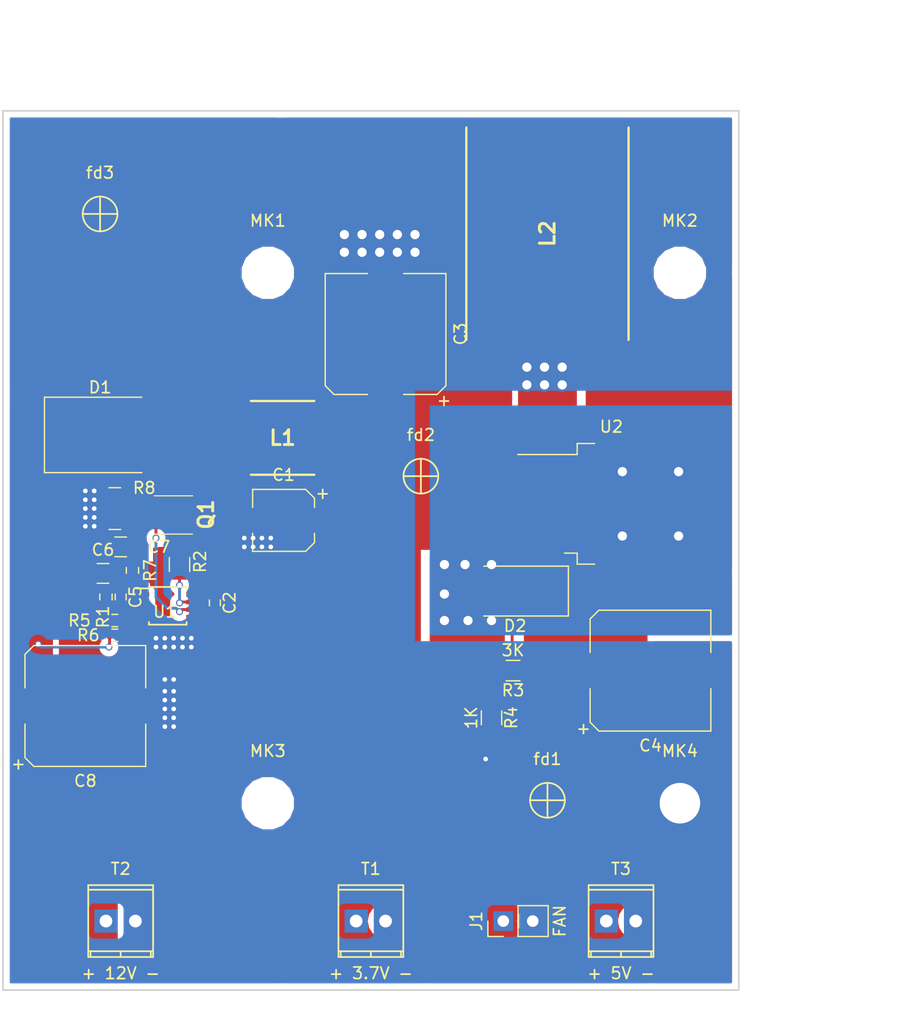
<source format=kicad_pcb>
(kicad_pcb (version 4) (host pcbnew 4.0.7+dfsg1-1ubuntu2)

  (general
    (links 62)
    (no_connects 0)
    (area 101.524999 63.424999 165.175001 139.375001)
    (thickness 1.6)
    (drawings 12)
    (tracks 268)
    (zones 0)
    (modules 34)
    (nets 15)
  )

  (page A4)
  (layers
    (0 F.Cu signal)
    (31 B.Cu signal)
    (32 B.Adhes user)
    (33 F.Adhes user)
    (34 B.Paste user)
    (35 F.Paste user)
    (36 B.SilkS user)
    (37 F.SilkS user)
    (38 B.Mask user)
    (39 F.Mask user)
    (40 Dwgs.User user)
    (41 Cmts.User user)
    (42 Eco1.User user)
    (43 Eco2.User user)
    (44 Edge.Cuts user)
    (45 Margin user)
    (46 B.CrtYd user)
    (47 F.CrtYd user)
    (48 B.Fab user)
    (49 F.Fab user)
  )

  (setup
    (last_trace_width 0.5)
    (user_trace_width 0.5)
    (user_trace_width 1)
    (trace_clearance 0.1)
    (zone_clearance 0.508)
    (zone_45_only no)
    (trace_min 0.2)
    (segment_width 0.2)
    (edge_width 0.15)
    (via_size 0.6)
    (via_drill 0.4)
    (via_min_size 0.3)
    (via_min_drill 0.1)
    (user_via 1.2 0.8)
    (uvia_size 0.3)
    (uvia_drill 0.1)
    (uvias_allowed no)
    (uvia_min_size 0.2)
    (uvia_min_drill 0.1)
    (pcb_text_width 0.3)
    (pcb_text_size 1.5 1.5)
    (mod_edge_width 0.15)
    (mod_text_size 1 1)
    (mod_text_width 0.15)
    (pad_size 1.524 1.524)
    (pad_drill 0.762)
    (pad_to_mask_clearance 0.2)
    (aux_axis_origin 0 0)
    (visible_elements FFFFFF7F)
    (pcbplotparams
      (layerselection 0x3ffff_80000001)
      (usegerberextensions true)
      (excludeedgelayer true)
      (linewidth 0.100000)
      (plotframeref true)
      (viasonmask false)
      (mode 1)
      (useauxorigin false)
      (hpglpennumber 1)
      (hpglpenspeed 20)
      (hpglpendiameter 15)
      (hpglpenoverlay 2)
      (psnegative false)
      (psa4output false)
      (plotreference true)
      (plotvalue true)
      (plotinvisibletext false)
      (padsonsilk false)
      (subtractmaskfromsilk false)
      (outputformat 1)
      (mirror false)
      (drillshape 0)
      (scaleselection 1)
      (outputdirectory Gerber))
  )

  (net 0 "")
  (net 1 "/DCDC 3.7 - 12/3.7V")
  (net 2 "/DCDC 3.7 - 12/12V")
  (net 3 "/DCDC 3.7 to 5/5V")
  (net 4 "Net-(D2-Pad2)")
  (net 5 "Net-(R3-Pad2)")
  (net 6 GND)
  (net 7 "Net-(C5-Pad1)")
  (net 8 "Net-(C6-Pad2)")
  (net 9 "Net-(C7-Pad1)")
  (net 10 "Net-(D1-Pad2)")
  (net 11 "Net-(Q1-Pad4)")
  (net 12 "Net-(R2-Pad1)")
  (net 13 "Net-(R5-Pad2)")
  (net 14 "Net-(R7-Pad1)")

  (net_class Default "This is the default net class."
    (clearance 0.1)
    (trace_width 0.25)
    (via_dia 0.6)
    (via_drill 0.4)
    (uvia_dia 0.3)
    (uvia_drill 0.1)
    (add_net "/DCDC 3.7 - 12/12V")
    (add_net "/DCDC 3.7 - 12/3.7V")
    (add_net "/DCDC 3.7 to 5/5V")
    (add_net GND)
    (add_net "Net-(C5-Pad1)")
    (add_net "Net-(C6-Pad2)")
    (add_net "Net-(C7-Pad1)")
    (add_net "Net-(D1-Pad2)")
    (add_net "Net-(D2-Pad2)")
    (add_net "Net-(Q1-Pad4)")
    (add_net "Net-(R2-Pad1)")
    (add_net "Net-(R3-Pad2)")
    (add_net "Net-(R5-Pad2)")
    (add_net "Net-(R7-Pad1)")
  )

  (module Resistors_SMD:R_0402 (layer F.Cu) (tedit 58E0A804) (tstamp 62CF93CB)
    (at 110.49 105.41 270)
    (descr "Resistor SMD 0402, reflow soldering, Vishay (see dcrcw.pdf)")
    (tags "resistor 0402")
    (path /62AA2A0D/62CF4A62)
    (attr smd)
    (fp_text reference R1 (at 1.72 0.254 270) (layer F.SilkS)
      (effects (font (size 1 1) (thickness 0.15)))
    )
    (fp_text value 6.81K (at 0 1.45 270) (layer F.Fab)
      (effects (font (size 1 1) (thickness 0.15)))
    )
    (fp_text user %R (at 0 -1.35 270) (layer F.Fab)
      (effects (font (size 1 1) (thickness 0.15)))
    )
    (fp_line (start -0.5 0.25) (end -0.5 -0.25) (layer F.Fab) (width 0.1))
    (fp_line (start 0.5 0.25) (end -0.5 0.25) (layer F.Fab) (width 0.1))
    (fp_line (start 0.5 -0.25) (end 0.5 0.25) (layer F.Fab) (width 0.1))
    (fp_line (start -0.5 -0.25) (end 0.5 -0.25) (layer F.Fab) (width 0.1))
    (fp_line (start 0.25 -0.53) (end -0.25 -0.53) (layer F.SilkS) (width 0.12))
    (fp_line (start -0.25 0.53) (end 0.25 0.53) (layer F.SilkS) (width 0.12))
    (fp_line (start -0.8 -0.45) (end 0.8 -0.45) (layer F.CrtYd) (width 0.05))
    (fp_line (start -0.8 -0.45) (end -0.8 0.45) (layer F.CrtYd) (width 0.05))
    (fp_line (start 0.8 0.45) (end 0.8 -0.45) (layer F.CrtYd) (width 0.05))
    (fp_line (start 0.8 0.45) (end -0.8 0.45) (layer F.CrtYd) (width 0.05))
    (pad 1 smd rect (at -0.45 0 270) (size 0.4 0.6) (layers F.Cu F.Paste F.Mask)
      (net 8 "Net-(C6-Pad2)"))
    (pad 2 smd rect (at 0.45 0 270) (size 0.4 0.6) (layers F.Cu F.Paste F.Mask)
      (net 6 GND))
    (model ${KISYS3DMOD}/Resistors_SMD.3dshapes/R_0402.wrl
      (at (xyz 0 0 0))
      (scale (xyz 1 1 1))
      (rotate (xyz 0 0 0))
    )
  )

  (module Q3:Q3 (layer F.Cu) (tedit 62CF60AB) (tstamp 62CF93BA)
    (at 116.311 98.339 270)
    (descr Q3)
    (tags "MOSFET (N-Channel)")
    (path /62AA2A0D/62CF54E2)
    (attr smd)
    (fp_text reference Q1 (at -0.041 -2.815 270) (layer F.SilkS)
      (effects (font (size 1.27 1.27) (thickness 0.254)))
    )
    (fp_text value " CSD16323Q3" (at 0 0 270) (layer F.SilkS) hide
      (effects (font (size 1.27 1.27) (thickness 0.254)))
    )
    (fp_text user %R (at 0 0 270) (layer F.Fab)
      (effects (font (size 1.27 1.27) (thickness 0.254)))
    )
    (fp_line (start -1.65 1.65) (end 1.65 1.65) (layer F.Fab) (width 0.2))
    (fp_line (start 1.65 1.65) (end 1.65 -1.65) (layer F.Fab) (width 0.2))
    (fp_line (start 1.65 -1.65) (end -1.65 -1.65) (layer F.Fab) (width 0.2))
    (fp_line (start -1.65 -1.65) (end -1.65 1.65) (layer F.Fab) (width 0.2))
    (fp_line (start -1.65 -1.65) (end -1.65 1.65) (layer F.SilkS) (width 0.1))
    (fp_line (start 1.65 -1.65) (end 1.65 1.65) (layer F.SilkS) (width 0.1))
    (pad 1 smd rect (at -0.975 1.435 270) (size 0.5 0.63) (layers F.Cu F.Paste F.Mask)
      (net 9 "Net-(C7-Pad1)"))
    (pad 2 smd rect (at -0.325 1.435 270) (size 0.5 0.63) (layers F.Cu F.Paste F.Mask)
      (net 9 "Net-(C7-Pad1)"))
    (pad 3 smd rect (at 0.325 1.435 270) (size 0.5 0.63) (layers F.Cu F.Paste F.Mask)
      (net 9 "Net-(C7-Pad1)"))
    (pad 4 smd rect (at 0.975 1.435 270) (size 0.5 0.63) (layers F.Cu F.Paste F.Mask)
      (net 11 "Net-(Q1-Pad4)"))
    (pad 5 smd rect (at 0.975 -1.545) (size 0.41 0.5) (layers F.Cu F.Paste F.Mask)
      (net 10 "Net-(D1-Pad2)"))
    (pad 5 smd rect (at 0.325 -1.545) (size 0.41 0.5) (layers F.Cu F.Paste F.Mask)
      (net 10 "Net-(D1-Pad2)"))
    (pad 5 smd rect (at -0.325 -1.545) (size 0.41 0.5) (layers F.Cu F.Paste F.Mask)
      (net 10 "Net-(D1-Pad2)"))
    (pad 5 smd rect (at -0.975 -1.545) (size 0.41 0.5) (layers F.Cu F.Paste F.Mask)
      (net 10 "Net-(D1-Pad2)"))
    (pad 5 smd rect (at 0 -0.39) (size 1.9 2.45) (layers F.Cu F.Paste F.Mask)
      (net 10 "Net-(D1-Pad2)"))
    (model CSD16323Q3.stp
      (at (xyz 0 0 0))
      (scale (xyz 1 1 1))
      (rotate (xyz 0 0 -90))
    )
  )

  (module Capacitors_SMD:CP_Elec_10x10.5 (layer F.Cu) (tedit 58AA917F) (tstamp 62AA3CA9)
    (at 134.62 82.74 90)
    (descr "SMT capacitor, aluminium electrolytic, 10x10.5")
    (path /62AA2A38/62AA183B)
    (attr smd)
    (fp_text reference C3 (at 0 6.46 90) (layer F.SilkS)
      (effects (font (size 1 1) (thickness 0.15)))
    )
    (fp_text value "220uf 50V" (at 0 -6.46 90) (layer F.Fab)
      (effects (font (size 1 1) (thickness 0.15)))
    )
    (fp_circle (center 0 0) (end 0 5) (layer F.Fab) (width 0.1))
    (fp_text user + (at -2.91 -0.08 90) (layer F.Fab)
      (effects (font (size 1 1) (thickness 0.15)))
    )
    (fp_text user + (at -5.78 4.97 90) (layer F.SilkS)
      (effects (font (size 1 1) (thickness 0.15)))
    )
    (fp_text user %R (at 0 6.46 90) (layer F.Fab)
      (effects (font (size 1 1) (thickness 0.15)))
    )
    (fp_line (start -5.21 -4.45) (end -5.21 -1.56) (layer F.SilkS) (width 0.12))
    (fp_line (start -5.21 4.45) (end -5.21 1.56) (layer F.SilkS) (width 0.12))
    (fp_line (start 5.21 5.21) (end 5.21 1.56) (layer F.SilkS) (width 0.12))
    (fp_line (start 5.21 -5.21) (end 5.21 -1.56) (layer F.SilkS) (width 0.12))
    (fp_line (start 5.05 5.05) (end 5.05 -5.05) (layer F.Fab) (width 0.1))
    (fp_line (start -4.38 5.05) (end 5.05 5.05) (layer F.Fab) (width 0.1))
    (fp_line (start -5.05 4.38) (end -4.38 5.05) (layer F.Fab) (width 0.1))
    (fp_line (start -5.05 -4.38) (end -5.05 4.38) (layer F.Fab) (width 0.1))
    (fp_line (start -4.38 -5.05) (end -5.05 -4.38) (layer F.Fab) (width 0.1))
    (fp_line (start 5.05 -5.05) (end -4.38 -5.05) (layer F.Fab) (width 0.1))
    (fp_line (start 5.21 5.21) (end -4.45 5.21) (layer F.SilkS) (width 0.12))
    (fp_line (start -4.45 5.21) (end -5.21 4.45) (layer F.SilkS) (width 0.12))
    (fp_line (start -5.21 -4.45) (end -4.45 -5.21) (layer F.SilkS) (width 0.12))
    (fp_line (start -4.45 -5.21) (end 5.21 -5.21) (layer F.SilkS) (width 0.12))
    (fp_line (start -6.25 -5.31) (end 6.25 -5.31) (layer F.CrtYd) (width 0.05))
    (fp_line (start -6.25 -5.31) (end -6.25 5.3) (layer F.CrtYd) (width 0.05))
    (fp_line (start 6.25 5.3) (end 6.25 -5.31) (layer F.CrtYd) (width 0.05))
    (fp_line (start 6.25 5.3) (end -6.25 5.3) (layer F.CrtYd) (width 0.05))
    (pad 1 smd rect (at -4 0 270) (size 4 2.5) (layers F.Cu F.Paste F.Mask)
      (net 1 "/DCDC 3.7 - 12/3.7V"))
    (pad 2 smd rect (at 4 0 270) (size 4 2.5) (layers F.Cu F.Paste F.Mask)
      (net 6 GND))
    (model Capacitors_SMD.3dshapes/CP_Elec_10x10.5.wrl
      (at (xyz 0 0 0))
      (scale (xyz 1 1 1))
      (rotate (xyz 0 0 180))
    )
  )

  (module Capacitors_SMD:CP_Elec_10x10.5 (layer F.Cu) (tedit 58AA917F) (tstamp 62AA3CAF)
    (at 157.48 111.76)
    (descr "SMT capacitor, aluminium electrolytic, 10x10.5")
    (path /62AA2A38/62AA3BDB)
    (attr smd)
    (fp_text reference C4 (at 0 6.46) (layer F.SilkS)
      (effects (font (size 1 1) (thickness 0.15)))
    )
    (fp_text value "220uf 50V" (at 0 -6.46) (layer F.Fab)
      (effects (font (size 1 1) (thickness 0.15)))
    )
    (fp_circle (center 0 0) (end 0 5) (layer F.Fab) (width 0.1))
    (fp_text user + (at -2.91 -0.08) (layer F.Fab)
      (effects (font (size 1 1) (thickness 0.15)))
    )
    (fp_text user + (at -5.78 4.97) (layer F.SilkS)
      (effects (font (size 1 1) (thickness 0.15)))
    )
    (fp_text user %R (at 0 6.46) (layer F.Fab)
      (effects (font (size 1 1) (thickness 0.15)))
    )
    (fp_line (start -5.21 -4.45) (end -5.21 -1.56) (layer F.SilkS) (width 0.12))
    (fp_line (start -5.21 4.45) (end -5.21 1.56) (layer F.SilkS) (width 0.12))
    (fp_line (start 5.21 5.21) (end 5.21 1.56) (layer F.SilkS) (width 0.12))
    (fp_line (start 5.21 -5.21) (end 5.21 -1.56) (layer F.SilkS) (width 0.12))
    (fp_line (start 5.05 5.05) (end 5.05 -5.05) (layer F.Fab) (width 0.1))
    (fp_line (start -4.38 5.05) (end 5.05 5.05) (layer F.Fab) (width 0.1))
    (fp_line (start -5.05 4.38) (end -4.38 5.05) (layer F.Fab) (width 0.1))
    (fp_line (start -5.05 -4.38) (end -5.05 4.38) (layer F.Fab) (width 0.1))
    (fp_line (start -4.38 -5.05) (end -5.05 -4.38) (layer F.Fab) (width 0.1))
    (fp_line (start 5.05 -5.05) (end -4.38 -5.05) (layer F.Fab) (width 0.1))
    (fp_line (start 5.21 5.21) (end -4.45 5.21) (layer F.SilkS) (width 0.12))
    (fp_line (start -4.45 5.21) (end -5.21 4.45) (layer F.SilkS) (width 0.12))
    (fp_line (start -5.21 -4.45) (end -4.45 -5.21) (layer F.SilkS) (width 0.12))
    (fp_line (start -4.45 -5.21) (end 5.21 -5.21) (layer F.SilkS) (width 0.12))
    (fp_line (start -6.25 -5.31) (end 6.25 -5.31) (layer F.CrtYd) (width 0.05))
    (fp_line (start -6.25 -5.31) (end -6.25 5.3) (layer F.CrtYd) (width 0.05))
    (fp_line (start 6.25 5.3) (end 6.25 -5.31) (layer F.CrtYd) (width 0.05))
    (fp_line (start 6.25 5.3) (end -6.25 5.3) (layer F.CrtYd) (width 0.05))
    (pad 1 smd rect (at -4 0 180) (size 4 2.5) (layers F.Cu F.Paste F.Mask)
      (net 3 "/DCDC 3.7 to 5/5V"))
    (pad 2 smd rect (at 4 0 180) (size 4 2.5) (layers F.Cu F.Paste F.Mask)
      (net 6 GND))
    (model Capacitors_SMD.3dshapes/CP_Elec_10x10.5.wrl
      (at (xyz 0 0 0))
      (scale (xyz 1 1 1))
      (rotate (xyz 0 0 180))
    )
  )

  (module Diodes_SMD:D_SMB_Handsoldering (layer F.Cu) (tedit 590B3D55) (tstamp 62AA3CBB)
    (at 145.796 104.902 180)
    (descr "Diode SMB (DO-214AA) Handsoldering")
    (tags "Diode SMB (DO-214AA) Handsoldering")
    (path /62AA2A38/62AA3BDA)
    (attr smd)
    (fp_text reference D2 (at 0 -3 180) (layer F.SilkS)
      (effects (font (size 1 1) (thickness 0.15)))
    )
    (fp_text value SS34 (at 0 3 180) (layer F.Fab)
      (effects (font (size 1 1) (thickness 0.15)))
    )
    (fp_text user %R (at 0 -3 180) (layer F.Fab)
      (effects (font (size 1 1) (thickness 0.15)))
    )
    (fp_line (start -4.6 -2.15) (end -4.6 2.15) (layer F.SilkS) (width 0.12))
    (fp_line (start 2.3 2) (end -2.3 2) (layer F.Fab) (width 0.1))
    (fp_line (start -2.3 2) (end -2.3 -2) (layer F.Fab) (width 0.1))
    (fp_line (start 2.3 -2) (end 2.3 2) (layer F.Fab) (width 0.1))
    (fp_line (start 2.3 -2) (end -2.3 -2) (layer F.Fab) (width 0.1))
    (fp_line (start -4.7 -2.25) (end 4.7 -2.25) (layer F.CrtYd) (width 0.05))
    (fp_line (start 4.7 -2.25) (end 4.7 2.25) (layer F.CrtYd) (width 0.05))
    (fp_line (start 4.7 2.25) (end -4.7 2.25) (layer F.CrtYd) (width 0.05))
    (fp_line (start -4.7 2.25) (end -4.7 -2.25) (layer F.CrtYd) (width 0.05))
    (fp_line (start -0.64944 0.00102) (end -1.55114 0.00102) (layer F.Fab) (width 0.1))
    (fp_line (start 0.50118 0.00102) (end 1.4994 0.00102) (layer F.Fab) (width 0.1))
    (fp_line (start -0.64944 -0.79908) (end -0.64944 0.80112) (layer F.Fab) (width 0.1))
    (fp_line (start 0.50118 0.75032) (end 0.50118 -0.79908) (layer F.Fab) (width 0.1))
    (fp_line (start -0.64944 0.00102) (end 0.50118 0.75032) (layer F.Fab) (width 0.1))
    (fp_line (start -0.64944 0.00102) (end 0.50118 -0.79908) (layer F.Fab) (width 0.1))
    (fp_line (start -4.6 2.15) (end 2.7 2.15) (layer F.SilkS) (width 0.12))
    (fp_line (start -4.6 -2.15) (end 2.7 -2.15) (layer F.SilkS) (width 0.12))
    (pad 1 smd rect (at -2.7 0 180) (size 3.5 2.3) (layers F.Cu F.Paste F.Mask)
      (net 3 "/DCDC 3.7 to 5/5V"))
    (pad 2 smd rect (at 2.7 0 180) (size 3.5 2.3) (layers F.Cu F.Paste F.Mask)
      (net 4 "Net-(D2-Pad2)"))
    (model ${KISYS3DMOD}/Diodes_SMD.3dshapes/D_SMB.wrl
      (at (xyz 0 0 0))
      (scale (xyz 1 1 1))
      (rotate (xyz 0 0 0))
    )
  )

  (module PM5022S-330M-RC:INDPM183140X690N (layer F.Cu) (tedit 0) (tstamp 62AA3CC7)
    (at 148.59 74.09 270)
    (descr PM5022S-330M-RC)
    (tags Inductor)
    (path /62AA2A38/62AA3BD9)
    (attr smd)
    (fp_text reference L2 (at 0 0 270) (layer F.SilkS)
      (effects (font (size 1.27 1.27) (thickness 0.254)))
    )
    (fp_text value 33uH (at 0 0 270) (layer F.SilkS) hide
      (effects (font (size 1.27 1.27) (thickness 0.254)))
    )
    (fp_text user %R (at 0 0 270) (layer F.Fab)
      (effects (font (size 1.27 1.27) (thickness 0.254)))
    )
    (fp_line (start -10.05 -7.4) (end 10.05 -7.4) (layer F.CrtYd) (width 0.05))
    (fp_line (start 10.05 -7.4) (end 10.05 7.4) (layer F.CrtYd) (width 0.05))
    (fp_line (start 10.05 7.4) (end -10.05 7.4) (layer F.CrtYd) (width 0.05))
    (fp_line (start -10.05 7.4) (end -10.05 -7.4) (layer F.CrtYd) (width 0.05))
    (fp_line (start -9.15 -7) (end 9.15 -7) (layer F.Fab) (width 0.1))
    (fp_line (start 9.15 -7) (end 9.15 7) (layer F.Fab) (width 0.1))
    (fp_line (start 9.15 7) (end -9.15 7) (layer F.Fab) (width 0.1))
    (fp_line (start -9.15 7) (end -9.15 -7) (layer F.Fab) (width 0.1))
    (fp_line (start 9.15 -7) (end -9.15 -7) (layer F.SilkS) (width 0.2))
    (fp_line (start -9.15 7) (end 9.15 7) (layer F.SilkS) (width 0.2))
    (pad 1 smd rect (at -8.05 0) (size 2.7 3.5) (layers F.Cu F.Paste F.Mask)
      (net 1 "/DCDC 3.7 - 12/3.7V"))
    (pad 2 smd rect (at 8.05 0) (size 2.7 3.5) (layers F.Cu F.Paste F.Mask)
      (net 4 "Net-(D2-Pad2)"))
    (model PM5022S-330M-RC.stp
      (at (xyz 0 0 0))
      (scale (xyz 1 1 1))
      (rotate (xyz 0 0 0))
    )
  )

  (module Resistors_SMD:R_0805_HandSoldering (layer F.Cu) (tedit 62AA5C7F) (tstamp 62AA3CD9)
    (at 145.622 111.76 180)
    (descr "Resistor SMD 0805, hand soldering")
    (tags "resistor 0805")
    (path /62AA2A38/62AA3BDC)
    (attr smd)
    (fp_text reference R3 (at 0 -1.7 180) (layer F.SilkS)
      (effects (font (size 1 1) (thickness 0.15)))
    )
    (fp_text value 3K (at 0 1.75 180) (layer F.SilkS)
      (effects (font (size 1 1) (thickness 0.15)))
    )
    (fp_text user %R (at 0 0 180) (layer F.Fab)
      (effects (font (size 0.5 0.5) (thickness 0.075)))
    )
    (fp_line (start -1 0.62) (end -1 -0.62) (layer F.Fab) (width 0.1))
    (fp_line (start 1 0.62) (end -1 0.62) (layer F.Fab) (width 0.1))
    (fp_line (start 1 -0.62) (end 1 0.62) (layer F.Fab) (width 0.1))
    (fp_line (start -1 -0.62) (end 1 -0.62) (layer F.Fab) (width 0.1))
    (fp_line (start 0.6 0.88) (end -0.6 0.88) (layer F.SilkS) (width 0.12))
    (fp_line (start -0.6 -0.88) (end 0.6 -0.88) (layer F.SilkS) (width 0.12))
    (fp_line (start -2.35 -0.9) (end 2.35 -0.9) (layer F.CrtYd) (width 0.05))
    (fp_line (start -2.35 -0.9) (end -2.35 0.9) (layer F.CrtYd) (width 0.05))
    (fp_line (start 2.35 0.9) (end 2.35 -0.9) (layer F.CrtYd) (width 0.05))
    (fp_line (start 2.35 0.9) (end -2.35 0.9) (layer F.CrtYd) (width 0.05))
    (pad 1 smd rect (at -1.35 0 180) (size 1.5 1.3) (layers F.Cu F.Paste F.Mask)
      (net 3 "/DCDC 3.7 to 5/5V"))
    (pad 2 smd rect (at 1.35 0 180) (size 1.5 1.3) (layers F.Cu F.Paste F.Mask)
      (net 5 "Net-(R3-Pad2)"))
    (model ${KISYS3DMOD}/Resistors_SMD.3dshapes/R_0805.wrl
      (at (xyz 0 0 0))
      (scale (xyz 1 1 1))
      (rotate (xyz 0 0 0))
    )
  )

  (module Resistors_SMD:R_0805_HandSoldering (layer F.Cu) (tedit 62AA5C90) (tstamp 62AA3CDF)
    (at 143.764 115.824 270)
    (descr "Resistor SMD 0805, hand soldering")
    (tags "resistor 0805")
    (path /62AA2A38/62AA3BDD)
    (attr smd)
    (fp_text reference R4 (at 0 -1.7 270) (layer F.SilkS)
      (effects (font (size 1 1) (thickness 0.15)))
    )
    (fp_text value 1K (at 0 1.75 270) (layer F.SilkS)
      (effects (font (size 1 1) (thickness 0.15)))
    )
    (fp_text user %R (at 0 0 270) (layer F.Fab)
      (effects (font (size 0.5 0.5) (thickness 0.075)))
    )
    (fp_line (start -1 0.62) (end -1 -0.62) (layer F.Fab) (width 0.1))
    (fp_line (start 1 0.62) (end -1 0.62) (layer F.Fab) (width 0.1))
    (fp_line (start 1 -0.62) (end 1 0.62) (layer F.Fab) (width 0.1))
    (fp_line (start -1 -0.62) (end 1 -0.62) (layer F.Fab) (width 0.1))
    (fp_line (start 0.6 0.88) (end -0.6 0.88) (layer F.SilkS) (width 0.12))
    (fp_line (start -0.6 -0.88) (end 0.6 -0.88) (layer F.SilkS) (width 0.12))
    (fp_line (start -2.35 -0.9) (end 2.35 -0.9) (layer F.CrtYd) (width 0.05))
    (fp_line (start -2.35 -0.9) (end -2.35 0.9) (layer F.CrtYd) (width 0.05))
    (fp_line (start 2.35 0.9) (end 2.35 -0.9) (layer F.CrtYd) (width 0.05))
    (fp_line (start 2.35 0.9) (end -2.35 0.9) (layer F.CrtYd) (width 0.05))
    (pad 1 smd rect (at -1.35 0 270) (size 1.5 1.3) (layers F.Cu F.Paste F.Mask)
      (net 5 "Net-(R3-Pad2)"))
    (pad 2 smd rect (at 1.35 0 270) (size 1.5 1.3) (layers F.Cu F.Paste F.Mask)
      (net 6 GND))
    (model ${KISYS3DMOD}/Resistors_SMD.3dshapes/R_0805.wrl
      (at (xyz 0 0 0))
      (scale (xyz 1 1 1))
      (rotate (xyz 0 0 0))
    )
  )

  (module Terminal_Blocks:TerminalBlock_Pheonix_MPT-2.54mm_2pol (layer F.Cu) (tedit 62AA5CD7) (tstamp 62AA3CE5)
    (at 132.08 133.35)
    (descr "2-way 2.54mm pitch terminal block, Phoenix MPT series")
    (path /62AA365C)
    (fp_text reference T1 (at 1.27 -4.50088) (layer F.SilkS)
      (effects (font (size 1 1) (thickness 0.15)))
    )
    (fp_text value "+ 3.7V -" (at 1.27 4.50088) (layer F.SilkS)
      (effects (font (size 1 1) (thickness 0.15)))
    )
    (fp_line (start -1.7 -3.3) (end 4.3 -3.3) (layer F.CrtYd) (width 0.05))
    (fp_line (start -1.7 3.3) (end -1.7 -3.3) (layer F.CrtYd) (width 0.05))
    (fp_line (start 4.3 3.3) (end -1.7 3.3) (layer F.CrtYd) (width 0.05))
    (fp_line (start 4.3 -3.3) (end 4.3 3.3) (layer F.CrtYd) (width 0.05))
    (fp_line (start 4.06908 2.60096) (end -1.52908 2.60096) (layer F.SilkS) (width 0.15))
    (fp_line (start -1.33096 3.0988) (end -1.33096 2.60096) (layer F.SilkS) (width 0.15))
    (fp_line (start 3.87096 2.60096) (end 3.87096 3.0988) (layer F.SilkS) (width 0.15))
    (fp_line (start 1.27 3.0988) (end 1.27 2.60096) (layer F.SilkS) (width 0.15))
    (fp_line (start -1.52908 -2.70002) (end 4.06908 -2.70002) (layer F.SilkS) (width 0.15))
    (fp_line (start -1.52908 3.0988) (end 4.06908 3.0988) (layer F.SilkS) (width 0.15))
    (fp_line (start 4.06908 3.0988) (end 4.06908 -3.0988) (layer F.SilkS) (width 0.15))
    (fp_line (start 4.06908 -3.0988) (end -1.52908 -3.0988) (layer F.SilkS) (width 0.15))
    (fp_line (start -1.52908 -3.0988) (end -1.52908 3.0988) (layer F.SilkS) (width 0.15))
    (pad 2 thru_hole oval (at 2.54 0) (size 1.99898 1.99898) (drill 1.09728) (layers *.Cu *.Mask)
      (net 6 GND))
    (pad 1 thru_hole rect (at 0 0) (size 1.99898 1.99898) (drill 1.09728) (layers *.Cu *.Mask)
      (net 1 "/DCDC 3.7 - 12/3.7V"))
    (model Terminal_Blocks.3dshapes/TerminalBlock_Pheonix_MPT-2.54mm_2pol.wrl
      (at (xyz 0.05 0 0))
      (scale (xyz 1 1 1))
      (rotate (xyz 0 0 0))
    )
  )

  (module Terminal_Blocks:TerminalBlock_Pheonix_MPT-2.54mm_2pol (layer F.Cu) (tedit 62AA5CD0) (tstamp 62AA3CEB)
    (at 110.49 133.35)
    (descr "2-way 2.54mm pitch terminal block, Phoenix MPT series")
    (path /62AA399B)
    (fp_text reference T2 (at 1.27 -4.50088) (layer F.SilkS)
      (effects (font (size 1 1) (thickness 0.15)))
    )
    (fp_text value "+ 12V -" (at 1.27 4.50088) (layer F.SilkS)
      (effects (font (size 1 1) (thickness 0.15)))
    )
    (fp_line (start -1.7 -3.3) (end 4.3 -3.3) (layer F.CrtYd) (width 0.05))
    (fp_line (start -1.7 3.3) (end -1.7 -3.3) (layer F.CrtYd) (width 0.05))
    (fp_line (start 4.3 3.3) (end -1.7 3.3) (layer F.CrtYd) (width 0.05))
    (fp_line (start 4.3 -3.3) (end 4.3 3.3) (layer F.CrtYd) (width 0.05))
    (fp_line (start 4.06908 2.60096) (end -1.52908 2.60096) (layer F.SilkS) (width 0.15))
    (fp_line (start -1.33096 3.0988) (end -1.33096 2.60096) (layer F.SilkS) (width 0.15))
    (fp_line (start 3.87096 2.60096) (end 3.87096 3.0988) (layer F.SilkS) (width 0.15))
    (fp_line (start 1.27 3.0988) (end 1.27 2.60096) (layer F.SilkS) (width 0.15))
    (fp_line (start -1.52908 -2.70002) (end 4.06908 -2.70002) (layer F.SilkS) (width 0.15))
    (fp_line (start -1.52908 3.0988) (end 4.06908 3.0988) (layer F.SilkS) (width 0.15))
    (fp_line (start 4.06908 3.0988) (end 4.06908 -3.0988) (layer F.SilkS) (width 0.15))
    (fp_line (start 4.06908 -3.0988) (end -1.52908 -3.0988) (layer F.SilkS) (width 0.15))
    (fp_line (start -1.52908 -3.0988) (end -1.52908 3.0988) (layer F.SilkS) (width 0.15))
    (pad 2 thru_hole oval (at 2.54 0) (size 1.99898 1.99898) (drill 1.09728) (layers *.Cu *.Mask)
      (net 6 GND))
    (pad 1 thru_hole rect (at 0 0) (size 1.99898 1.99898) (drill 1.09728) (layers *.Cu *.Mask)
      (net 2 "/DCDC 3.7 - 12/12V"))
    (model Terminal_Blocks.3dshapes/TerminalBlock_Pheonix_MPT-2.54mm_2pol.wrl
      (at (xyz 0.05 0 0))
      (scale (xyz 1 1 1))
      (rotate (xyz 0 0 0))
    )
  )

  (module Terminal_Blocks:TerminalBlock_Pheonix_MPT-2.54mm_2pol (layer F.Cu) (tedit 62AA5CDE) (tstamp 62AA3CF1)
    (at 153.67 133.35)
    (descr "2-way 2.54mm pitch terminal block, Phoenix MPT series")
    (path /62AA39D8)
    (fp_text reference T3 (at 1.27 -4.50088) (layer F.SilkS)
      (effects (font (size 1 1) (thickness 0.15)))
    )
    (fp_text value "+ 5V -" (at 1.27 4.50088) (layer F.SilkS)
      (effects (font (size 1 1) (thickness 0.15)))
    )
    (fp_line (start -1.7 -3.3) (end 4.3 -3.3) (layer F.CrtYd) (width 0.05))
    (fp_line (start -1.7 3.3) (end -1.7 -3.3) (layer F.CrtYd) (width 0.05))
    (fp_line (start 4.3 3.3) (end -1.7 3.3) (layer F.CrtYd) (width 0.05))
    (fp_line (start 4.3 -3.3) (end 4.3 3.3) (layer F.CrtYd) (width 0.05))
    (fp_line (start 4.06908 2.60096) (end -1.52908 2.60096) (layer F.SilkS) (width 0.15))
    (fp_line (start -1.33096 3.0988) (end -1.33096 2.60096) (layer F.SilkS) (width 0.15))
    (fp_line (start 3.87096 2.60096) (end 3.87096 3.0988) (layer F.SilkS) (width 0.15))
    (fp_line (start 1.27 3.0988) (end 1.27 2.60096) (layer F.SilkS) (width 0.15))
    (fp_line (start -1.52908 -2.70002) (end 4.06908 -2.70002) (layer F.SilkS) (width 0.15))
    (fp_line (start -1.52908 3.0988) (end 4.06908 3.0988) (layer F.SilkS) (width 0.15))
    (fp_line (start 4.06908 3.0988) (end 4.06908 -3.0988) (layer F.SilkS) (width 0.15))
    (fp_line (start 4.06908 -3.0988) (end -1.52908 -3.0988) (layer F.SilkS) (width 0.15))
    (fp_line (start -1.52908 -3.0988) (end -1.52908 3.0988) (layer F.SilkS) (width 0.15))
    (pad 2 thru_hole oval (at 2.54 0) (size 1.99898 1.99898) (drill 1.09728) (layers *.Cu *.Mask)
      (net 6 GND))
    (pad 1 thru_hole rect (at 0 0) (size 1.99898 1.99898) (drill 1.09728) (layers *.Cu *.Mask)
      (net 3 "/DCDC 3.7 to 5/5V"))
    (model Terminal_Blocks.3dshapes/TerminalBlock_Pheonix_MPT-2.54mm_2pol.wrl
      (at (xyz 0.05 0 0))
      (scale (xyz 1 1 1))
      (rotate (xyz 0 0 0))
    )
  )

  (module TO_SOT_Packages_SMD:TO-263-5_TabPin3 (layer F.Cu) (tedit 590079C0) (tstamp 62AA3D0D)
    (at 154.105 97.38)
    (descr "TO-263 / D2PAK / DDPAK SMD package, http://www.infineon.com/cms/en/product/packages/PG-TO263/PG-TO263-5-1/")
    (tags "D2PAK DDPAK TO-263 D2PAK-5 TO-263-5 SOT-426")
    (path /62AA2A38/62AA163E)
    (attr smd)
    (fp_text reference U2 (at 0 -6.65) (layer F.SilkS)
      (effects (font (size 1 1) (thickness 0.15)))
    )
    (fp_text value XL6009 (at 0 6.65) (layer F.Fab)
      (effects (font (size 1 1) (thickness 0.15)))
    )
    (fp_line (start 6.5 -5) (end 7.5 -5) (layer F.Fab) (width 0.1))
    (fp_line (start 7.5 -5) (end 7.5 5) (layer F.Fab) (width 0.1))
    (fp_line (start 7.5 5) (end 6.5 5) (layer F.Fab) (width 0.1))
    (fp_line (start 6.5 -5) (end 6.5 5) (layer F.Fab) (width 0.1))
    (fp_line (start 6.5 5) (end -2.75 5) (layer F.Fab) (width 0.1))
    (fp_line (start -2.75 5) (end -2.75 -4) (layer F.Fab) (width 0.1))
    (fp_line (start -2.75 -4) (end -1.75 -5) (layer F.Fab) (width 0.1))
    (fp_line (start -1.75 -5) (end 6.5 -5) (layer F.Fab) (width 0.1))
    (fp_line (start -2.75 -3.8) (end -7.45 -3.8) (layer F.Fab) (width 0.1))
    (fp_line (start -7.45 -3.8) (end -7.45 -3) (layer F.Fab) (width 0.1))
    (fp_line (start -7.45 -3) (end -2.75 -3) (layer F.Fab) (width 0.1))
    (fp_line (start -2.75 -2.1) (end -7.45 -2.1) (layer F.Fab) (width 0.1))
    (fp_line (start -7.45 -2.1) (end -7.45 -1.3) (layer F.Fab) (width 0.1))
    (fp_line (start -7.45 -1.3) (end -2.75 -1.3) (layer F.Fab) (width 0.1))
    (fp_line (start -2.75 -0.4) (end -7.45 -0.4) (layer F.Fab) (width 0.1))
    (fp_line (start -7.45 -0.4) (end -7.45 0.4) (layer F.Fab) (width 0.1))
    (fp_line (start -7.45 0.4) (end -2.75 0.4) (layer F.Fab) (width 0.1))
    (fp_line (start -2.75 1.3) (end -7.45 1.3) (layer F.Fab) (width 0.1))
    (fp_line (start -7.45 1.3) (end -7.45 2.1) (layer F.Fab) (width 0.1))
    (fp_line (start -7.45 2.1) (end -2.75 2.1) (layer F.Fab) (width 0.1))
    (fp_line (start -2.75 3) (end -7.45 3) (layer F.Fab) (width 0.1))
    (fp_line (start -7.45 3) (end -7.45 3.8) (layer F.Fab) (width 0.1))
    (fp_line (start -7.45 3.8) (end -2.75 3.8) (layer F.Fab) (width 0.1))
    (fp_line (start -1.45 -5.2) (end -2.95 -5.2) (layer F.SilkS) (width 0.12))
    (fp_line (start -2.95 -5.2) (end -2.95 -4.25) (layer F.SilkS) (width 0.12))
    (fp_line (start -2.95 -4.25) (end -8.075 -4.25) (layer F.SilkS) (width 0.12))
    (fp_line (start -1.45 5.2) (end -2.95 5.2) (layer F.SilkS) (width 0.12))
    (fp_line (start -2.95 5.2) (end -2.95 4.25) (layer F.SilkS) (width 0.12))
    (fp_line (start -2.95 4.25) (end -4.05 4.25) (layer F.SilkS) (width 0.12))
    (fp_line (start -8.32 -5.65) (end -8.32 5.65) (layer F.CrtYd) (width 0.05))
    (fp_line (start -8.32 5.65) (end 8.32 5.65) (layer F.CrtYd) (width 0.05))
    (fp_line (start 8.32 5.65) (end 8.32 -5.65) (layer F.CrtYd) (width 0.05))
    (fp_line (start 8.32 -5.65) (end -8.32 -5.65) (layer F.CrtYd) (width 0.05))
    (fp_text user %R (at 0 0) (layer F.Fab)
      (effects (font (size 1 1) (thickness 0.15)))
    )
    (pad 1 smd rect (at -5.775 -3.4) (size 4.6 1.1) (layers F.Cu F.Paste F.Mask)
      (net 6 GND))
    (pad 2 smd rect (at -5.775 -1.7) (size 4.6 1.1) (layers F.Cu F.Paste F.Mask)
      (net 1 "/DCDC 3.7 - 12/3.7V"))
    (pad 3 smd rect (at -5.775 0) (size 4.6 1.1) (layers F.Cu F.Paste F.Mask)
      (net 4 "Net-(D2-Pad2)"))
    (pad 4 smd rect (at -5.775 1.7) (size 4.6 1.1) (layers F.Cu F.Paste F.Mask)
      (net 1 "/DCDC 3.7 - 12/3.7V"))
    (pad 5 smd rect (at -5.775 3.4) (size 4.6 1.1) (layers F.Cu F.Paste F.Mask)
      (net 5 "Net-(R3-Pad2)"))
    (pad 3 smd rect (at 3.375 0) (size 9.4 10.8) (layers F.Cu F.Mask)
      (net 4 "Net-(D2-Pad2)"))
    (pad 3 smd rect (at 5.8 2.775) (size 4.55 5.25) (layers F.Cu F.Paste)
      (net 4 "Net-(D2-Pad2)"))
    (pad 3 smd rect (at 0.95 -2.775) (size 4.55 5.25) (layers F.Cu F.Paste)
      (net 4 "Net-(D2-Pad2)"))
    (pad 3 smd rect (at 5.8 -2.775) (size 4.55 5.25) (layers F.Cu F.Paste)
      (net 4 "Net-(D2-Pad2)"))
    (pad 3 smd rect (at 0.95 2.775) (size 4.55 5.25) (layers F.Cu F.Paste)
      (net 4 "Net-(D2-Pad2)"))
    (model ${KISYS3DMOD}/TO_SOT_Packages_SMD.3dshapes/TO-263-5_TabPin3.wrl
      (at (xyz 0 0 0))
      (scale (xyz 1 1 1))
      (rotate (xyz 0 0 0))
    )
  )

  (module Mounting_Holes:MountingHole_3.5mm (layer F.Cu) (tedit 56D1B4CB) (tstamp 62AB2E28)
    (at 124.46 77.47)
    (descr "Mounting Hole 3.5mm, no annular")
    (tags "mounting hole 3.5mm no annular")
    (path /62AB236D)
    (fp_text reference MK1 (at 0 -4.5) (layer F.SilkS)
      (effects (font (size 1 1) (thickness 0.15)))
    )
    (fp_text value Mounting_Hole (at 0 4.5) (layer F.Fab)
      (effects (font (size 1 1) (thickness 0.15)))
    )
    (fp_circle (center 0 0) (end 3.5 0) (layer Cmts.User) (width 0.15))
    (fp_circle (center 0 0) (end 3.75 0) (layer F.CrtYd) (width 0.05))
    (pad 1 np_thru_hole circle (at 0 0) (size 3.5 3.5) (drill 3.5) (layers *.Cu *.Mask))
  )

  (module Mounting_Holes:MountingHole_3.5mm (layer F.Cu) (tedit 56D1B4CB) (tstamp 62AB2E2F)
    (at 160.02 77.47)
    (descr "Mounting Hole 3.5mm, no annular")
    (tags "mounting hole 3.5mm no annular")
    (path /62AB23F8)
    (fp_text reference MK2 (at 0 -4.5) (layer F.SilkS)
      (effects (font (size 1 1) (thickness 0.15)))
    )
    (fp_text value Mounting_Hole (at 0 4.5) (layer F.Fab)
      (effects (font (size 1 1) (thickness 0.15)))
    )
    (fp_circle (center 0 0) (end 3.5 0) (layer Cmts.User) (width 0.15))
    (fp_circle (center 0 0) (end 3.75 0) (layer F.CrtYd) (width 0.05))
    (pad 1 np_thru_hole circle (at 0 0) (size 3.5 3.5) (drill 3.5) (layers *.Cu *.Mask))
  )

  (module Mounting_Holes:MountingHole_3.5mm (layer F.Cu) (tedit 56D1B4CB) (tstamp 62AB2E36)
    (at 124.46 123.19)
    (descr "Mounting Hole 3.5mm, no annular")
    (tags "mounting hole 3.5mm no annular")
    (path /62AB2447)
    (fp_text reference MK3 (at 0 -4.5) (layer F.SilkS)
      (effects (font (size 1 1) (thickness 0.15)))
    )
    (fp_text value Mounting_Hole (at 0 4.5) (layer F.Fab)
      (effects (font (size 1 1) (thickness 0.15)))
    )
    (fp_circle (center 0 0) (end 3.5 0) (layer Cmts.User) (width 0.15))
    (fp_circle (center 0 0) (end 3.75 0) (layer F.CrtYd) (width 0.05))
    (pad 1 np_thru_hole circle (at 0 0) (size 3.5 3.5) (drill 3.5) (layers *.Cu *.Mask))
  )

  (module Mounting_Holes:MountingHole_3.5mm_Pad (layer F.Cu) (tedit 56D1B4CB) (tstamp 62AB2E3D)
    (at 160.02 123.19)
    (descr "Mounting Hole 3.5mm")
    (tags "mounting hole 3.5mm")
    (path /62AB248C)
    (fp_text reference MK4 (at 0 -4.5) (layer F.SilkS)
      (effects (font (size 1 1) (thickness 0.15)))
    )
    (fp_text value Mounting_Hole_PAD (at 0 4.5) (layer F.Fab)
      (effects (font (size 1 1) (thickness 0.15)))
    )
    (fp_circle (center 0 0) (end 3.5 0) (layer Cmts.User) (width 0.15))
    (fp_circle (center 0 0) (end 3.75 0) (layer F.CrtYd) (width 0.05))
    (pad 1 thru_hole circle (at 0 0) (size 7 7) (drill 3.5) (layers *.Cu *.Mask)
      (net 6 GND))
  )

  (module Pin_Headers:Pin_Header_Straight_1x02_Pitch2.54mm (layer F.Cu) (tedit 62AB8A28) (tstamp 62AB89FA)
    (at 144.78 133.35 90)
    (descr "Through hole straight pin header, 1x02, 2.54mm pitch, single row")
    (tags "Through hole pin header THT 1x02 2.54mm single row")
    (path /62AB8A27)
    (fp_text reference J1 (at 0 -2.33 90) (layer F.SilkS)
      (effects (font (size 1 1) (thickness 0.15)))
    )
    (fp_text value FAN (at 0 4.87 90) (layer F.SilkS)
      (effects (font (size 1 1) (thickness 0.15)))
    )
    (fp_line (start -0.635 -1.27) (end 1.27 -1.27) (layer F.Fab) (width 0.1))
    (fp_line (start 1.27 -1.27) (end 1.27 3.81) (layer F.Fab) (width 0.1))
    (fp_line (start 1.27 3.81) (end -1.27 3.81) (layer F.Fab) (width 0.1))
    (fp_line (start -1.27 3.81) (end -1.27 -0.635) (layer F.Fab) (width 0.1))
    (fp_line (start -1.27 -0.635) (end -0.635 -1.27) (layer F.Fab) (width 0.1))
    (fp_line (start -1.33 3.87) (end 1.33 3.87) (layer F.SilkS) (width 0.12))
    (fp_line (start -1.33 1.27) (end -1.33 3.87) (layer F.SilkS) (width 0.12))
    (fp_line (start 1.33 1.27) (end 1.33 3.87) (layer F.SilkS) (width 0.12))
    (fp_line (start -1.33 1.27) (end 1.33 1.27) (layer F.SilkS) (width 0.12))
    (fp_line (start -1.33 0) (end -1.33 -1.33) (layer F.SilkS) (width 0.12))
    (fp_line (start -1.33 -1.33) (end 0 -1.33) (layer F.SilkS) (width 0.12))
    (fp_line (start -1.8 -1.8) (end -1.8 4.35) (layer F.CrtYd) (width 0.05))
    (fp_line (start -1.8 4.35) (end 1.8 4.35) (layer F.CrtYd) (width 0.05))
    (fp_line (start 1.8 4.35) (end 1.8 -1.8) (layer F.CrtYd) (width 0.05))
    (fp_line (start 1.8 -1.8) (end -1.8 -1.8) (layer F.CrtYd) (width 0.05))
    (fp_text user %R (at 0 1.27 180) (layer F.Fab)
      (effects (font (size 1 1) (thickness 0.15)))
    )
    (pad 1 thru_hole rect (at 0 0 90) (size 1.7 1.7) (drill 1) (layers *.Cu *.Mask)
      (net 3 "/DCDC 3.7 to 5/5V"))
    (pad 2 thru_hole oval (at 0 2.54 90) (size 1.7 1.7) (drill 1) (layers *.Cu *.Mask)
      (net 6 GND))
    (model ${KISYS3DMOD}/Pin_Headers.3dshapes/Pin_Header_Straight_1x02_Pitch2.54mm.wrl
      (at (xyz 0 0 0))
      (scale (xyz 1 1 1))
      (rotate (xyz 0 0 0))
    )
  )

  (module Capacitors_SMD:CP_Elec_5x5.7 (layer F.Cu) (tedit 58AA8AEF) (tstamp 62CF931D)
    (at 125.816 98.806 180)
    (descr "SMT capacitor, aluminium electrolytic, 5x5.7")
    (path /62AA2A0D/62CF4538)
    (attr smd)
    (fp_text reference C1 (at 0 3.92 180) (layer F.SilkS)
      (effects (font (size 1 1) (thickness 0.15)))
    )
    (fp_text value 220uf (at 0 -3.92 180) (layer F.Fab)
      (effects (font (size 1 1) (thickness 0.15)))
    )
    (fp_circle (center 0 0) (end 0 2.4) (layer F.Fab) (width 0.1))
    (fp_text user + (at -1.4 -0.06 180) (layer F.Fab)
      (effects (font (size 1 1) (thickness 0.15)))
    )
    (fp_text user + (at -3.38 2.36 180) (layer F.SilkS)
      (effects (font (size 1 1) (thickness 0.15)))
    )
    (fp_text user %R (at 0 3.92 180) (layer F.Fab)
      (effects (font (size 1 1) (thickness 0.15)))
    )
    (fp_line (start 2.51 2.51) (end 2.51 -2.51) (layer F.Fab) (width 0.1))
    (fp_line (start -1.84 2.51) (end 2.51 2.51) (layer F.Fab) (width 0.1))
    (fp_line (start -2.51 1.84) (end -1.84 2.51) (layer F.Fab) (width 0.1))
    (fp_line (start -2.51 -1.84) (end -2.51 1.84) (layer F.Fab) (width 0.1))
    (fp_line (start -1.84 -2.51) (end -2.51 -1.84) (layer F.Fab) (width 0.1))
    (fp_line (start 2.51 -2.51) (end -1.84 -2.51) (layer F.Fab) (width 0.1))
    (fp_line (start 2.67 2.67) (end 2.67 1.12) (layer F.SilkS) (width 0.12))
    (fp_line (start 2.67 -2.67) (end 2.67 -1.12) (layer F.SilkS) (width 0.12))
    (fp_line (start -2.67 -1.91) (end -2.67 -1.12) (layer F.SilkS) (width 0.12))
    (fp_line (start -2.67 1.91) (end -2.67 1.12) (layer F.SilkS) (width 0.12))
    (fp_line (start 2.67 -2.67) (end -1.91 -2.67) (layer F.SilkS) (width 0.12))
    (fp_line (start -1.91 -2.67) (end -2.67 -1.91) (layer F.SilkS) (width 0.12))
    (fp_line (start -2.67 1.91) (end -1.91 2.67) (layer F.SilkS) (width 0.12))
    (fp_line (start -1.91 2.67) (end 2.67 2.67) (layer F.SilkS) (width 0.12))
    (fp_line (start -3.95 -2.77) (end 3.95 -2.77) (layer F.CrtYd) (width 0.05))
    (fp_line (start -3.95 -2.77) (end -3.95 2.76) (layer F.CrtYd) (width 0.05))
    (fp_line (start 3.95 2.76) (end 3.95 -2.77) (layer F.CrtYd) (width 0.05))
    (fp_line (start 3.95 2.76) (end -3.95 2.76) (layer F.CrtYd) (width 0.05))
    (pad 1 smd rect (at -2.2 0) (size 3 1.6) (layers F.Cu F.Paste F.Mask)
      (net 1 "/DCDC 3.7 - 12/3.7V"))
    (pad 2 smd rect (at 2.2 0) (size 3 1.6) (layers F.Cu F.Paste F.Mask)
      (net 6 GND))
    (model Capacitors_SMD.3dshapes/CP_Elec_5x5.7.wrl
      (at (xyz 0 0 0))
      (scale (xyz 1 1 1))
      (rotate (xyz 0 0 180))
    )
  )

  (module Capacitors_SMD:C_0402 (layer F.Cu) (tedit 58AA841A) (tstamp 62CF932E)
    (at 119.888 105.918 270)
    (descr "Capacitor SMD 0402, reflow soldering, AVX (see smccp.pdf)")
    (tags "capacitor 0402")
    (path /62AA2A0D/62CF4737)
    (attr smd)
    (fp_text reference C2 (at 0 -1.27 270) (layer F.SilkS)
      (effects (font (size 1 1) (thickness 0.15)))
    )
    (fp_text value 100nf (at 0 1.27 270) (layer F.Fab)
      (effects (font (size 1 1) (thickness 0.15)))
    )
    (fp_text user %R (at 0 -1.27 270) (layer F.Fab)
      (effects (font (size 1 1) (thickness 0.15)))
    )
    (fp_line (start -0.5 0.25) (end -0.5 -0.25) (layer F.Fab) (width 0.1))
    (fp_line (start 0.5 0.25) (end -0.5 0.25) (layer F.Fab) (width 0.1))
    (fp_line (start 0.5 -0.25) (end 0.5 0.25) (layer F.Fab) (width 0.1))
    (fp_line (start -0.5 -0.25) (end 0.5 -0.25) (layer F.Fab) (width 0.1))
    (fp_line (start 0.25 -0.47) (end -0.25 -0.47) (layer F.SilkS) (width 0.12))
    (fp_line (start -0.25 0.47) (end 0.25 0.47) (layer F.SilkS) (width 0.12))
    (fp_line (start -1 -0.4) (end 1 -0.4) (layer F.CrtYd) (width 0.05))
    (fp_line (start -1 -0.4) (end -1 0.4) (layer F.CrtYd) (width 0.05))
    (fp_line (start 1 0.4) (end 1 -0.4) (layer F.CrtYd) (width 0.05))
    (fp_line (start 1 0.4) (end -1 0.4) (layer F.CrtYd) (width 0.05))
    (pad 1 smd rect (at -0.55 0 270) (size 0.6 0.5) (layers F.Cu F.Paste F.Mask)
      (net 1 "/DCDC 3.7 - 12/3.7V"))
    (pad 2 smd rect (at 0.55 0 270) (size 0.6 0.5) (layers F.Cu F.Paste F.Mask)
      (net 6 GND))
    (model Capacitors_SMD.3dshapes/C_0402.wrl
      (at (xyz 0 0 0))
      (scale (xyz 1 1 1))
      (rotate (xyz 0 0 0))
    )
  )

  (module Capacitors_SMD:C_0402 (layer F.Cu) (tedit 58AA841A) (tstamp 62CF933F)
    (at 111.76 105.41 270)
    (descr "Capacitor SMD 0402, reflow soldering, AVX (see smccp.pdf)")
    (tags "capacitor 0402")
    (path /62AA2A0D/62CF4A22)
    (attr smd)
    (fp_text reference C5 (at 0 -1.27 270) (layer F.SilkS)
      (effects (font (size 1 1) (thickness 0.15)))
    )
    (fp_text value 1nf (at 0 1.27 270) (layer F.Fab)
      (effects (font (size 1 1) (thickness 0.15)))
    )
    (fp_text user %R (at 0 -1.27 270) (layer F.Fab)
      (effects (font (size 1 1) (thickness 0.15)))
    )
    (fp_line (start -0.5 0.25) (end -0.5 -0.25) (layer F.Fab) (width 0.1))
    (fp_line (start 0.5 0.25) (end -0.5 0.25) (layer F.Fab) (width 0.1))
    (fp_line (start 0.5 -0.25) (end 0.5 0.25) (layer F.Fab) (width 0.1))
    (fp_line (start -0.5 -0.25) (end 0.5 -0.25) (layer F.Fab) (width 0.1))
    (fp_line (start 0.25 -0.47) (end -0.25 -0.47) (layer F.SilkS) (width 0.12))
    (fp_line (start -0.25 0.47) (end 0.25 0.47) (layer F.SilkS) (width 0.12))
    (fp_line (start -1 -0.4) (end 1 -0.4) (layer F.CrtYd) (width 0.05))
    (fp_line (start -1 -0.4) (end -1 0.4) (layer F.CrtYd) (width 0.05))
    (fp_line (start 1 0.4) (end 1 -0.4) (layer F.CrtYd) (width 0.05))
    (fp_line (start 1 0.4) (end -1 0.4) (layer F.CrtYd) (width 0.05))
    (pad 1 smd rect (at -0.55 0 270) (size 0.6 0.5) (layers F.Cu F.Paste F.Mask)
      (net 7 "Net-(C5-Pad1)"))
    (pad 2 smd rect (at 0.55 0 270) (size 0.6 0.5) (layers F.Cu F.Paste F.Mask)
      (net 6 GND))
    (model Capacitors_SMD.3dshapes/C_0402.wrl
      (at (xyz 0 0 0))
      (scale (xyz 1 1 1))
      (rotate (xyz 0 0 0))
    )
  )

  (module Capacitors_SMD:C_0805 (layer F.Cu) (tedit 58AA8463) (tstamp 62CF9350)
    (at 110.236 103.378 180)
    (descr "Capacitor SMD 0805, reflow soldering, AVX (see smccp.pdf)")
    (tags "capacitor 0805")
    (path /62AA2A0D/62CF4A43)
    (attr smd)
    (fp_text reference C6 (at 0 2.032 180) (layer F.SilkS)
      (effects (font (size 1 1) (thickness 0.15)))
    )
    (fp_text value 15nf (at 0 1.75 180) (layer F.Fab)
      (effects (font (size 1 1) (thickness 0.15)))
    )
    (fp_text user %R (at 0 -1.5 180) (layer F.Fab)
      (effects (font (size 1 1) (thickness 0.15)))
    )
    (fp_line (start -1 0.62) (end -1 -0.62) (layer F.Fab) (width 0.1))
    (fp_line (start 1 0.62) (end -1 0.62) (layer F.Fab) (width 0.1))
    (fp_line (start 1 -0.62) (end 1 0.62) (layer F.Fab) (width 0.1))
    (fp_line (start -1 -0.62) (end 1 -0.62) (layer F.Fab) (width 0.1))
    (fp_line (start 0.5 -0.85) (end -0.5 -0.85) (layer F.SilkS) (width 0.12))
    (fp_line (start -0.5 0.85) (end 0.5 0.85) (layer F.SilkS) (width 0.12))
    (fp_line (start -1.75 -0.88) (end 1.75 -0.88) (layer F.CrtYd) (width 0.05))
    (fp_line (start -1.75 -0.88) (end -1.75 0.87) (layer F.CrtYd) (width 0.05))
    (fp_line (start 1.75 0.87) (end 1.75 -0.88) (layer F.CrtYd) (width 0.05))
    (fp_line (start 1.75 0.87) (end -1.75 0.87) (layer F.CrtYd) (width 0.05))
    (pad 1 smd rect (at -1 0 180) (size 1 1.25) (layers F.Cu F.Paste F.Mask)
      (net 7 "Net-(C5-Pad1)"))
    (pad 2 smd rect (at 1 0 180) (size 1 1.25) (layers F.Cu F.Paste F.Mask)
      (net 8 "Net-(C6-Pad2)"))
    (model Capacitors_SMD.3dshapes/C_0805.wrl
      (at (xyz 0 0 0))
      (scale (xyz 1 1 1))
      (rotate (xyz 0 0 0))
    )
  )

  (module Capacitors_SMD:C_0805 (layer F.Cu) (tedit 58AA8463) (tstamp 62CF9361)
    (at 111.76 101.092 180)
    (descr "Capacitor SMD 0805, reflow soldering, AVX (see smccp.pdf)")
    (tags "capacitor 0805")
    (path /62AA2A0D/62CF4E3B)
    (attr smd)
    (fp_text reference C7 (at -3.302 0 180) (layer F.SilkS)
      (effects (font (size 1 1) (thickness 0.15)))
    )
    (fp_text value 10pf (at 0 1.75 180) (layer F.Fab)
      (effects (font (size 1 1) (thickness 0.15)))
    )
    (fp_text user %R (at 0 -1.5 180) (layer F.Fab)
      (effects (font (size 1 1) (thickness 0.15)))
    )
    (fp_line (start -1 0.62) (end -1 -0.62) (layer F.Fab) (width 0.1))
    (fp_line (start 1 0.62) (end -1 0.62) (layer F.Fab) (width 0.1))
    (fp_line (start 1 -0.62) (end 1 0.62) (layer F.Fab) (width 0.1))
    (fp_line (start -1 -0.62) (end 1 -0.62) (layer F.Fab) (width 0.1))
    (fp_line (start 0.5 -0.85) (end -0.5 -0.85) (layer F.SilkS) (width 0.12))
    (fp_line (start -0.5 0.85) (end 0.5 0.85) (layer F.SilkS) (width 0.12))
    (fp_line (start -1.75 -0.88) (end 1.75 -0.88) (layer F.CrtYd) (width 0.05))
    (fp_line (start -1.75 -0.88) (end -1.75 0.87) (layer F.CrtYd) (width 0.05))
    (fp_line (start 1.75 0.87) (end 1.75 -0.88) (layer F.CrtYd) (width 0.05))
    (fp_line (start 1.75 0.87) (end -1.75 0.87) (layer F.CrtYd) (width 0.05))
    (pad 1 smd rect (at -1 0 180) (size 1 1.25) (layers F.Cu F.Paste F.Mask)
      (net 9 "Net-(C7-Pad1)"))
    (pad 2 smd rect (at 1 0 180) (size 1 1.25) (layers F.Cu F.Paste F.Mask)
      (net 6 GND))
    (model Capacitors_SMD.3dshapes/C_0805.wrl
      (at (xyz 0 0 0))
      (scale (xyz 1 1 1))
      (rotate (xyz 0 0 0))
    )
  )

  (module Capacitors_SMD:CP_Elec_10x10.5 (layer F.Cu) (tedit 58AA917F) (tstamp 62CF937D)
    (at 108.712 114.808)
    (descr "SMT capacitor, aluminium electrolytic, 10x10.5")
    (path /62AA2A0D/62CF6011)
    (attr smd)
    (fp_text reference C8 (at 0 6.46) (layer F.SilkS)
      (effects (font (size 1 1) (thickness 0.15)))
    )
    (fp_text value 560uF (at 0 -6.46) (layer F.Fab)
      (effects (font (size 1 1) (thickness 0.15)))
    )
    (fp_circle (center 0 0) (end 0 5) (layer F.Fab) (width 0.1))
    (fp_text user + (at -2.91 -0.08) (layer F.Fab)
      (effects (font (size 1 1) (thickness 0.15)))
    )
    (fp_text user + (at -5.78 4.97) (layer F.SilkS)
      (effects (font (size 1 1) (thickness 0.15)))
    )
    (fp_text user %R (at 0 6.46) (layer F.Fab)
      (effects (font (size 1 1) (thickness 0.15)))
    )
    (fp_line (start -5.21 -4.45) (end -5.21 -1.56) (layer F.SilkS) (width 0.12))
    (fp_line (start -5.21 4.45) (end -5.21 1.56) (layer F.SilkS) (width 0.12))
    (fp_line (start 5.21 5.21) (end 5.21 1.56) (layer F.SilkS) (width 0.12))
    (fp_line (start 5.21 -5.21) (end 5.21 -1.56) (layer F.SilkS) (width 0.12))
    (fp_line (start 5.05 5.05) (end 5.05 -5.05) (layer F.Fab) (width 0.1))
    (fp_line (start -4.38 5.05) (end 5.05 5.05) (layer F.Fab) (width 0.1))
    (fp_line (start -5.05 4.38) (end -4.38 5.05) (layer F.Fab) (width 0.1))
    (fp_line (start -5.05 -4.38) (end -5.05 4.38) (layer F.Fab) (width 0.1))
    (fp_line (start -4.38 -5.05) (end -5.05 -4.38) (layer F.Fab) (width 0.1))
    (fp_line (start 5.05 -5.05) (end -4.38 -5.05) (layer F.Fab) (width 0.1))
    (fp_line (start 5.21 5.21) (end -4.45 5.21) (layer F.SilkS) (width 0.12))
    (fp_line (start -4.45 5.21) (end -5.21 4.45) (layer F.SilkS) (width 0.12))
    (fp_line (start -5.21 -4.45) (end -4.45 -5.21) (layer F.SilkS) (width 0.12))
    (fp_line (start -4.45 -5.21) (end 5.21 -5.21) (layer F.SilkS) (width 0.12))
    (fp_line (start -6.25 -5.31) (end 6.25 -5.31) (layer F.CrtYd) (width 0.05))
    (fp_line (start -6.25 -5.31) (end -6.25 5.3) (layer F.CrtYd) (width 0.05))
    (fp_line (start 6.25 5.3) (end 6.25 -5.31) (layer F.CrtYd) (width 0.05))
    (fp_line (start 6.25 5.3) (end -6.25 5.3) (layer F.CrtYd) (width 0.05))
    (pad 1 smd rect (at -4 0 180) (size 4 2.5) (layers F.Cu F.Paste F.Mask)
      (net 2 "/DCDC 3.7 - 12/12V"))
    (pad 2 smd rect (at 4 0 180) (size 4 2.5) (layers F.Cu F.Paste F.Mask)
      (net 6 GND))
    (model Capacitors_SMD.3dshapes/CP_Elec_10x10.5.wrl
      (at (xyz 0 0 0))
      (scale (xyz 1 1 1))
      (rotate (xyz 0 0 180))
    )
  )

  (module Diodes_SMD:D_SMC (layer F.Cu) (tedit 5864295D) (tstamp 62CF9395)
    (at 109.982 91.44)
    (descr "Diode SMC (DO-214AB)")
    (tags "Diode SMC (DO-214AB)")
    (path /62AA2A0D/62CF6222)
    (attr smd)
    (fp_text reference D1 (at 0 -4.1) (layer F.SilkS)
      (effects (font (size 1 1) (thickness 0.15)))
    )
    (fp_text value "550mV " (at 0 4.2) (layer F.Fab)
      (effects (font (size 1 1) (thickness 0.15)))
    )
    (fp_text user %R (at 0 -1.9) (layer F.Fab)
      (effects (font (size 1 1) (thickness 0.15)))
    )
    (fp_line (start -4.8 3.25) (end -4.8 -3.25) (layer F.SilkS) (width 0.12))
    (fp_line (start 3.55 3.1) (end -3.55 3.1) (layer F.Fab) (width 0.1))
    (fp_line (start -3.55 3.1) (end -3.55 -3.1) (layer F.Fab) (width 0.1))
    (fp_line (start 3.55 -3.1) (end 3.55 3.1) (layer F.Fab) (width 0.1))
    (fp_line (start 3.55 -3.1) (end -3.55 -3.1) (layer F.Fab) (width 0.1))
    (fp_line (start -4.9 -3.35) (end 4.9 -3.35) (layer F.CrtYd) (width 0.05))
    (fp_line (start 4.9 -3.35) (end 4.9 3.35) (layer F.CrtYd) (width 0.05))
    (fp_line (start 4.9 3.35) (end -4.9 3.35) (layer F.CrtYd) (width 0.05))
    (fp_line (start -4.9 3.35) (end -4.9 -3.35) (layer F.CrtYd) (width 0.05))
    (fp_line (start -0.64944 0.00102) (end -1.55114 0.00102) (layer F.Fab) (width 0.1))
    (fp_line (start 0.50118 0.00102) (end 1.4994 0.00102) (layer F.Fab) (width 0.1))
    (fp_line (start -0.64944 -0.79908) (end -0.64944 0.80112) (layer F.Fab) (width 0.1))
    (fp_line (start 0.50118 0.75032) (end 0.50118 -0.79908) (layer F.Fab) (width 0.1))
    (fp_line (start -0.64944 0.00102) (end 0.50118 0.75032) (layer F.Fab) (width 0.1))
    (fp_line (start -0.64944 0.00102) (end 0.50118 -0.79908) (layer F.Fab) (width 0.1))
    (fp_line (start -4.8 3.25) (end 3.6 3.25) (layer F.SilkS) (width 0.12))
    (fp_line (start -4.8 -3.25) (end 3.6 -3.25) (layer F.SilkS) (width 0.12))
    (pad 1 smd rect (at -3.4 0 90) (size 3.3 2.5) (layers F.Cu F.Paste F.Mask)
      (net 2 "/DCDC 3.7 - 12/12V"))
    (pad 2 smd rect (at 3.4 0 90) (size 3.3 2.5) (layers F.Cu F.Paste F.Mask)
      (net 10 "Net-(D1-Pad2)"))
    (model ${KISYS3DMOD}/Diodes_SMD.3dshapes/D_SMC.wrl
      (at (xyz 0 0 0))
      (scale (xyz 1 1 1))
      (rotate (xyz 0 0 0))
    )
  )

  (module XAL6030:INDM5564X32N (layer F.Cu) (tedit 0) (tstamp 62CF93A6)
    (at 125.73 91.694 180)
    (descr XAL60xx)
    (tags Inductor)
    (path /62AA2A0D/62CF64DF)
    (attr smd)
    (fp_text reference L1 (at 0 0 180) (layer F.SilkS)
      (effects (font (size 1.27 1.27) (thickness 0.254)))
    )
    (fp_text value 1.8uh (at 0 0 180) (layer F.SilkS) hide
      (effects (font (size 1.27 1.27) (thickness 0.254)))
    )
    (fp_text user %R (at 0 0 180) (layer F.Fab)
      (effects (font (size 1.27 1.27) (thickness 0.254)))
    )
    (fp_line (start -3.575 -3.53) (end 3.575 -3.53) (layer F.CrtYd) (width 0.05))
    (fp_line (start 3.575 -3.53) (end 3.575 3.53) (layer F.CrtYd) (width 0.05))
    (fp_line (start 3.575 3.53) (end -3.575 3.53) (layer F.CrtYd) (width 0.05))
    (fp_line (start -3.575 3.53) (end -3.575 -3.53) (layer F.CrtYd) (width 0.05))
    (fp_line (start -2.735 -3.18) (end 2.735 -3.18) (layer F.Fab) (width 0.1))
    (fp_line (start 2.735 -3.18) (end 2.735 3.18) (layer F.Fab) (width 0.1))
    (fp_line (start 2.735 3.18) (end -2.735 3.18) (layer F.Fab) (width 0.1))
    (fp_line (start -2.735 3.18) (end -2.735 -3.18) (layer F.Fab) (width 0.1))
    (fp_line (start 2.735 -3.18) (end -2.735 -3.18) (layer F.SilkS) (width 0.2))
    (fp_line (start -2.735 3.18) (end 2.735 3.18) (layer F.SilkS) (width 0.2))
    (pad 1 smd rect (at -2.15 0 180) (size 2.35 5.6) (layers F.Cu F.Paste F.Mask)
      (net 1 "/DCDC 3.7 - 12/3.7V"))
    (pad 2 smd rect (at 2.15 0 180) (size 2.35 5.6) (layers F.Cu F.Paste F.Mask)
      (net 10 "Net-(D1-Pad2)"))
    (model XAL6030-182MEC.stp
      (at (xyz 0 0 0))
      (scale (xyz 1 1 1))
      (rotate (xyz 0 0 0))
    )
  )

  (module Resistors_SMD:R_0805 (layer F.Cu) (tedit 58E0A804) (tstamp 62CF93DC)
    (at 116.84 102.616 90)
    (descr "Resistor SMD 0805, reflow soldering, Vishay (see dcrcw.pdf)")
    (tags "resistor 0805")
    (path /62AA2A0D/62CF4C67)
    (attr smd)
    (fp_text reference R2 (at 0.254 1.778 90) (layer F.SilkS)
      (effects (font (size 1 1) (thickness 0.15)))
    )
    (fp_text value 40K (at 0 1.75 90) (layer F.Fab)
      (effects (font (size 1 1) (thickness 0.15)))
    )
    (fp_text user %R (at 0 0 90) (layer F.Fab)
      (effects (font (size 0.5 0.5) (thickness 0.075)))
    )
    (fp_line (start -1 0.62) (end -1 -0.62) (layer F.Fab) (width 0.1))
    (fp_line (start 1 0.62) (end -1 0.62) (layer F.Fab) (width 0.1))
    (fp_line (start 1 -0.62) (end 1 0.62) (layer F.Fab) (width 0.1))
    (fp_line (start -1 -0.62) (end 1 -0.62) (layer F.Fab) (width 0.1))
    (fp_line (start 0.6 0.88) (end -0.6 0.88) (layer F.SilkS) (width 0.12))
    (fp_line (start -0.6 -0.88) (end 0.6 -0.88) (layer F.SilkS) (width 0.12))
    (fp_line (start -1.55 -0.9) (end 1.55 -0.9) (layer F.CrtYd) (width 0.05))
    (fp_line (start -1.55 -0.9) (end -1.55 0.9) (layer F.CrtYd) (width 0.05))
    (fp_line (start 1.55 0.9) (end 1.55 -0.9) (layer F.CrtYd) (width 0.05))
    (fp_line (start 1.55 0.9) (end -1.55 0.9) (layer F.CrtYd) (width 0.05))
    (pad 1 smd rect (at -0.95 0 90) (size 0.7 1.3) (layers F.Cu F.Paste F.Mask)
      (net 12 "Net-(R2-Pad1)"))
    (pad 2 smd rect (at 0.95 0 90) (size 0.7 1.3) (layers F.Cu F.Paste F.Mask)
      (net 6 GND))
    (model ${KISYS3DMOD}/Resistors_SMD.3dshapes/R_0805.wrl
      (at (xyz 0 0 0))
      (scale (xyz 1 1 1))
      (rotate (xyz 0 0 0))
    )
  )

  (module Resistors_SMD:R_0402 (layer F.Cu) (tedit 58E0A804) (tstamp 62CF93ED)
    (at 111.252 107.442)
    (descr "Resistor SMD 0402, reflow soldering, Vishay (see dcrcw.pdf)")
    (tags "resistor 0402")
    (path /62AA2A0D/62CF5A75)
    (attr smd)
    (fp_text reference R5 (at -3.048 0) (layer F.SilkS)
      (effects (font (size 1 1) (thickness 0.15)))
    )
    (fp_text value 1K (at 0 1.45) (layer F.Fab)
      (effects (font (size 1 1) (thickness 0.15)))
    )
    (fp_text user %R (at 0 -1.35) (layer F.Fab)
      (effects (font (size 1 1) (thickness 0.15)))
    )
    (fp_line (start -0.5 0.25) (end -0.5 -0.25) (layer F.Fab) (width 0.1))
    (fp_line (start 0.5 0.25) (end -0.5 0.25) (layer F.Fab) (width 0.1))
    (fp_line (start 0.5 -0.25) (end 0.5 0.25) (layer F.Fab) (width 0.1))
    (fp_line (start -0.5 -0.25) (end 0.5 -0.25) (layer F.Fab) (width 0.1))
    (fp_line (start 0.25 -0.53) (end -0.25 -0.53) (layer F.SilkS) (width 0.12))
    (fp_line (start -0.25 0.53) (end 0.25 0.53) (layer F.SilkS) (width 0.12))
    (fp_line (start -0.8 -0.45) (end 0.8 -0.45) (layer F.CrtYd) (width 0.05))
    (fp_line (start -0.8 -0.45) (end -0.8 0.45) (layer F.CrtYd) (width 0.05))
    (fp_line (start 0.8 0.45) (end 0.8 -0.45) (layer F.CrtYd) (width 0.05))
    (fp_line (start 0.8 0.45) (end -0.8 0.45) (layer F.CrtYd) (width 0.05))
    (pad 1 smd rect (at -0.45 0) (size 0.4 0.6) (layers F.Cu F.Paste F.Mask)
      (net 6 GND))
    (pad 2 smd rect (at 0.45 0) (size 0.4 0.6) (layers F.Cu F.Paste F.Mask)
      (net 13 "Net-(R5-Pad2)"))
    (model ${KISYS3DMOD}/Resistors_SMD.3dshapes/R_0402.wrl
      (at (xyz 0 0 0))
      (scale (xyz 1 1 1))
      (rotate (xyz 0 0 0))
    )
  )

  (module Resistors_SMD:R_0402 (layer F.Cu) (tedit 58E0A804) (tstamp 62CF93FE)
    (at 111.252 108.712)
    (descr "Resistor SMD 0402, reflow soldering, Vishay (see dcrcw.pdf)")
    (tags "resistor 0402")
    (path /62AA2A0D/62CF5BA5)
    (attr smd)
    (fp_text reference R6 (at -2.286 0) (layer F.SilkS)
      (effects (font (size 1 1) (thickness 0.15)))
    )
    (fp_text value 8.45K (at 0 1.45) (layer F.Fab)
      (effects (font (size 1 1) (thickness 0.15)))
    )
    (fp_text user %R (at 0 -1.35) (layer F.Fab)
      (effects (font (size 1 1) (thickness 0.15)))
    )
    (fp_line (start -0.5 0.25) (end -0.5 -0.25) (layer F.Fab) (width 0.1))
    (fp_line (start 0.5 0.25) (end -0.5 0.25) (layer F.Fab) (width 0.1))
    (fp_line (start 0.5 -0.25) (end 0.5 0.25) (layer F.Fab) (width 0.1))
    (fp_line (start -0.5 -0.25) (end 0.5 -0.25) (layer F.Fab) (width 0.1))
    (fp_line (start 0.25 -0.53) (end -0.25 -0.53) (layer F.SilkS) (width 0.12))
    (fp_line (start -0.25 0.53) (end 0.25 0.53) (layer F.SilkS) (width 0.12))
    (fp_line (start -0.8 -0.45) (end 0.8 -0.45) (layer F.CrtYd) (width 0.05))
    (fp_line (start -0.8 -0.45) (end -0.8 0.45) (layer F.CrtYd) (width 0.05))
    (fp_line (start 0.8 0.45) (end 0.8 -0.45) (layer F.CrtYd) (width 0.05))
    (fp_line (start 0.8 0.45) (end -0.8 0.45) (layer F.CrtYd) (width 0.05))
    (pad 1 smd rect (at -0.45 0) (size 0.4 0.6) (layers F.Cu F.Paste F.Mask)
      (net 2 "/DCDC 3.7 - 12/12V"))
    (pad 2 smd rect (at 0.45 0) (size 0.4 0.6) (layers F.Cu F.Paste F.Mask)
      (net 13 "Net-(R5-Pad2)"))
    (model ${KISYS3DMOD}/Resistors_SMD.3dshapes/R_0402.wrl
      (at (xyz 0 0 0))
      (scale (xyz 1 1 1))
      (rotate (xyz 0 0 0))
    )
  )

  (module Resistors_SMD:R_0402 (layer F.Cu) (tedit 58E0A804) (tstamp 62CF940F)
    (at 112.776 103.124 90)
    (descr "Resistor SMD 0402, reflow soldering, Vishay (see dcrcw.pdf)")
    (tags "resistor 0402")
    (path /62AA2A0D/62CF4DE7)
    (attr smd)
    (fp_text reference R7 (at 0 1.524 90) (layer F.SilkS)
      (effects (font (size 1 1) (thickness 0.15)))
    )
    (fp_text value 100 (at 0 1.45 90) (layer F.Fab)
      (effects (font (size 1 1) (thickness 0.15)))
    )
    (fp_text user %R (at 0 -1.35 90) (layer F.Fab)
      (effects (font (size 1 1) (thickness 0.15)))
    )
    (fp_line (start -0.5 0.25) (end -0.5 -0.25) (layer F.Fab) (width 0.1))
    (fp_line (start 0.5 0.25) (end -0.5 0.25) (layer F.Fab) (width 0.1))
    (fp_line (start 0.5 -0.25) (end 0.5 0.25) (layer F.Fab) (width 0.1))
    (fp_line (start -0.5 -0.25) (end 0.5 -0.25) (layer F.Fab) (width 0.1))
    (fp_line (start 0.25 -0.53) (end -0.25 -0.53) (layer F.SilkS) (width 0.12))
    (fp_line (start -0.25 0.53) (end 0.25 0.53) (layer F.SilkS) (width 0.12))
    (fp_line (start -0.8 -0.45) (end 0.8 -0.45) (layer F.CrtYd) (width 0.05))
    (fp_line (start -0.8 -0.45) (end -0.8 0.45) (layer F.CrtYd) (width 0.05))
    (fp_line (start 0.8 0.45) (end 0.8 -0.45) (layer F.CrtYd) (width 0.05))
    (fp_line (start 0.8 0.45) (end -0.8 0.45) (layer F.CrtYd) (width 0.05))
    (pad 1 smd rect (at -0.45 0 90) (size 0.4 0.6) (layers F.Cu F.Paste F.Mask)
      (net 14 "Net-(R7-Pad1)"))
    (pad 2 smd rect (at 0.45 0 90) (size 0.4 0.6) (layers F.Cu F.Paste F.Mask)
      (net 9 "Net-(C7-Pad1)"))
    (model ${KISYS3DMOD}/Resistors_SMD.3dshapes/R_0402.wrl
      (at (xyz 0 0 0))
      (scale (xyz 1 1 1))
      (rotate (xyz 0 0 0))
    )
  )

  (module Resistors_SMD:R_0612 (layer F.Cu) (tedit 58E0A804) (tstamp 62CF9420)
    (at 111.252 97.79 180)
    (descr "Resistor SMD 0612, reflow solderinG")
    (tags "resistor 0612 ")
    (path /62AA2A0D/62CF4E14)
    (attr smd)
    (fp_text reference R8 (at -2.54 1.778 180) (layer F.SilkS)
      (effects (font (size 1 1) (thickness 0.15)))
    )
    (fp_text value 5m (at 0 3.175 180) (layer F.Fab)
      (effects (font (size 1 1) (thickness 0.15)))
    )
    (fp_text user %R (at 0 0 180) (layer F.Fab)
      (effects (font (size 0.5 0.5) (thickness 0.075)))
    )
    (fp_line (start -0.8 1.6) (end -0.8 -1.6) (layer F.Fab) (width 0.1))
    (fp_line (start 0.8 1.6) (end -0.8 1.6) (layer F.Fab) (width 0.1))
    (fp_line (start 0.8 -1.6) (end 0.8 1.6) (layer F.Fab) (width 0.1))
    (fp_line (start -0.8 -1.6) (end 0.8 -1.6) (layer F.Fab) (width 0.1))
    (fp_line (start -1.5 -2) (end 1.5 -2) (layer F.CrtYd) (width 0.05))
    (fp_line (start -1.5 2) (end 1.5 2) (layer F.CrtYd) (width 0.05))
    (fp_line (start -1.5 -2) (end -1.5 2) (layer F.CrtYd) (width 0.05))
    (fp_line (start 1.5 -2) (end 1.5 2) (layer F.CrtYd) (width 0.05))
    (fp_line (start 0.5 1.8) (end -0.5 1.8) (layer F.SilkS) (width 0.12))
    (fp_line (start -0.5 -1.8) (end 0.5 -1.8) (layer F.SilkS) (width 0.12))
    (pad 1 smd rect (at -0.8 0 180) (size 0.8 3.2) (layers F.Cu F.Paste F.Mask)
      (net 9 "Net-(C7-Pad1)"))
    (pad 2 smd rect (at 0.8 0 180) (size 0.8 3.2) (layers F.Cu F.Paste F.Mask)
      (net 6 GND))
    (model ${KISYS3DMOD}/Resistors_SMD.3dshapes/R_0612.wrl
      (at (xyz 0 0 0))
      (scale (xyz 1 1 1))
      (rotate (xyz 0 0 0))
    )
  )

  (module Housings_SSOP:TSSOP-8_3x3mm_Pitch0.65mm (layer F.Cu) (tedit 54130A77) (tstamp 62CF943D)
    (at 115.824 106.172)
    (descr "TSSOP8: plastic thin shrink small outline package; 8 leads; body width 3 mm; (see NXP SSOP-TSSOP-VSO-REFLOW.pdf and sot505-1_po.pdf)")
    (tags "SSOP 0.65")
    (path /62AA2A0D/62CF42F4)
    (attr smd)
    (fp_text reference U1 (at -0.254 0.508) (layer F.SilkS)
      (effects (font (size 1 1) (thickness 0.15)))
    )
    (fp_text value LM3488 (at 0 2.55) (layer F.Fab)
      (effects (font (size 1 1) (thickness 0.15)))
    )
    (fp_line (start -0.5 -1.5) (end 1.5 -1.5) (layer F.Fab) (width 0.15))
    (fp_line (start 1.5 -1.5) (end 1.5 1.5) (layer F.Fab) (width 0.15))
    (fp_line (start 1.5 1.5) (end -1.5 1.5) (layer F.Fab) (width 0.15))
    (fp_line (start -1.5 1.5) (end -1.5 -0.5) (layer F.Fab) (width 0.15))
    (fp_line (start -1.5 -0.5) (end -0.5 -1.5) (layer F.Fab) (width 0.15))
    (fp_line (start -2.95 -1.8) (end -2.95 1.8) (layer F.CrtYd) (width 0.05))
    (fp_line (start 2.95 -1.8) (end 2.95 1.8) (layer F.CrtYd) (width 0.05))
    (fp_line (start -2.95 -1.8) (end 2.95 -1.8) (layer F.CrtYd) (width 0.05))
    (fp_line (start -2.95 1.8) (end 2.95 1.8) (layer F.CrtYd) (width 0.05))
    (fp_line (start -1.625 -1.625) (end -1.625 -1.5) (layer F.SilkS) (width 0.15))
    (fp_line (start 1.625 -1.625) (end 1.625 -1.4) (layer F.SilkS) (width 0.15))
    (fp_line (start 1.625 1.625) (end 1.625 1.4) (layer F.SilkS) (width 0.15))
    (fp_line (start -1.625 1.625) (end -1.625 1.4) (layer F.SilkS) (width 0.15))
    (fp_line (start -1.625 -1.625) (end 1.625 -1.625) (layer F.SilkS) (width 0.15))
    (fp_line (start -1.625 1.625) (end 1.625 1.625) (layer F.SilkS) (width 0.15))
    (fp_line (start -1.625 -1.5) (end -2.7 -1.5) (layer F.SilkS) (width 0.15))
    (fp_text user %R (at 0 0) (layer F.Fab)
      (effects (font (size 0.6 0.6) (thickness 0.15)))
    )
    (pad 1 smd rect (at -2.15 -0.975) (size 1.1 0.4) (layers F.Cu F.Paste F.Mask)
      (net 14 "Net-(R7-Pad1)"))
    (pad 2 smd rect (at -2.15 -0.325) (size 1.1 0.4) (layers F.Cu F.Paste F.Mask)
      (net 7 "Net-(C5-Pad1)"))
    (pad 3 smd rect (at -2.15 0.325) (size 1.1 0.4) (layers F.Cu F.Paste F.Mask)
      (net 13 "Net-(R5-Pad2)"))
    (pad 4 smd rect (at -2.15 0.975) (size 1.1 0.4) (layers F.Cu F.Paste F.Mask)
      (net 6 GND))
    (pad 5 smd rect (at 2.15 0.975) (size 1.1 0.4) (layers F.Cu F.Paste F.Mask)
      (net 6 GND))
    (pad 6 smd rect (at 2.15 0.325) (size 1.1 0.4) (layers F.Cu F.Paste F.Mask)
      (net 11 "Net-(Q1-Pad4)"))
    (pad 7 smd rect (at 2.15 -0.325) (size 1.1 0.4) (layers F.Cu F.Paste F.Mask)
      (net 12 "Net-(R2-Pad1)"))
    (pad 8 smd rect (at 2.15 -0.975) (size 1.1 0.4) (layers F.Cu F.Paste F.Mask)
      (net 1 "/DCDC 3.7 - 12/3.7V"))
    (model ${KISYS3DMOD}/Housings_SSOP.3dshapes/TSSOP-8_3x3mm_Pitch0.65mm.wrl
      (at (xyz 0 0 0))
      (scale (xyz 1 1 1))
      (rotate (xyz 0 0 0))
    )
  )

  (module Fiducials:Fiducial_classic_Small_SilkscreenTop_Type1 (layer F.Cu) (tedit 62D014FB) (tstamp 62D014F8)
    (at 109.982 72.39)
    (descr "Fiducial, Classical, Small, Copper Top, Typ 1, Passermarke,")
    (tags "Fiducial, Classical, Small, Copper Top, Typ 1, Passermarke,")
    (fp_text reference fd3 (at 0 -3.556) (layer F.SilkS)
      (effects (font (size 1 1) (thickness 0.15)))
    )
    (fp_text value Fiducial_classic_Small_SilkscreenTop_Type1 (at 0.34036 3.4798) (layer F.Fab) hide
      (effects (font (size 1 1) (thickness 0.15)))
    )
    (fp_line (start -1.50114 0) (end 1.50114 0) (layer F.SilkS) (width 0.15))
    (fp_line (start 0 -1.50114) (end 0 1.50114) (layer F.SilkS) (width 0.15))
    (fp_circle (center 0 0) (end 1.50114 0) (layer F.SilkS) (width 0.15))
    (pad ~ smd circle (at 0 0) (size 4.50088 4.50088) (layers F.Mask)
      (solder_mask_margin 2.99974))
  )

  (module Fiducials:Fiducial_classic_Small_SilkscreenTop_Type1 (layer F.Cu) (tedit 62D014D3) (tstamp 62D01500)
    (at 148.59 122.936)
    (descr "Fiducial, Classical, Small, Copper Top, Typ 1, Passermarke,")
    (tags "Fiducial, Classical, Small, Copper Top, Typ 1, Passermarke,")
    (fp_text reference fd1 (at 0 -3.556) (layer F.SilkS)
      (effects (font (size 1 1) (thickness 0.15)))
    )
    (fp_text value Fiducial_classic_Small_SilkscreenTop_Type1 (at 0.34036 3.4798) (layer F.Fab) hide
      (effects (font (size 1 1) (thickness 0.15)))
    )
    (fp_line (start -1.50114 0) (end 1.50114 0) (layer F.SilkS) (width 0.15))
    (fp_line (start 0 -1.50114) (end 0 1.50114) (layer F.SilkS) (width 0.15))
    (fp_circle (center 0 0) (end 1.50114 0) (layer F.SilkS) (width 0.15))
    (pad ~ smd circle (at 0 0) (size 4.50088 4.50088) (layers F.Mask)
      (solder_mask_margin 2.99974))
  )

  (module Fiducials:Fiducial_classic_Small_SilkscreenTop_Type1 (layer F.Cu) (tedit 62D014E7) (tstamp 62D01508)
    (at 137.668 94.996)
    (descr "Fiducial, Classical, Small, Copper Top, Typ 1, Passermarke,")
    (tags "Fiducial, Classical, Small, Copper Top, Typ 1, Passermarke,")
    (fp_text reference fd2 (at 0 -3.556) (layer F.SilkS)
      (effects (font (size 1 1) (thickness 0.15)))
    )
    (fp_text value Fiducial_classic_Small_SilkscreenTop_Type1 (at 0.34036 3.4798) (layer F.Fab) hide
      (effects (font (size 1 1) (thickness 0.15)))
    )
    (fp_line (start -1.50114 0) (end 1.50114 0) (layer F.SilkS) (width 0.15))
    (fp_line (start 0 -1.50114) (end 0 1.50114) (layer F.SilkS) (width 0.15))
    (fp_circle (center 0 0) (end 1.50114 0) (layer F.SilkS) (width 0.15))
    (pad ~ smd circle (at 0 0) (size 4.50088 4.50088) (layers F.Mask)
      (solder_mask_margin 2.99974))
  )

  (gr_line (start 160.02 77.47) (end 124.46 77.47) (layer Dwgs.User) (width 0.2))
  (gr_line (start 160.02 123.19) (end 160.02 77.47) (layer Dwgs.User) (width 0.2))
  (gr_line (start 124.46 123.19) (end 160.02 123.19) (layer Dwgs.User) (width 0.2))
  (gr_line (start 124.46 77.47) (end 124.46 123.19) (layer Dwgs.User) (width 0.2))
  (dimension 35.56 (width 0.3) (layer Dwgs.User)
    (gr_text "35.560 mm" (at 142.24 57.07) (layer Dwgs.User)
      (effects (font (size 1.5 1.5) (thickness 0.3)))
    )
    (feature1 (pts (xy 124.46 77.47) (xy 124.46 55.72)))
    (feature2 (pts (xy 160.02 77.47) (xy 160.02 55.72)))
    (crossbar (pts (xy 160.02 58.42) (xy 124.46 58.42)))
    (arrow1a (pts (xy 124.46 58.42) (xy 125.586504 57.833579)))
    (arrow1b (pts (xy 124.46 58.42) (xy 125.586504 59.006421)))
    (arrow2a (pts (xy 160.02 58.42) (xy 158.893496 57.833579)))
    (arrow2b (pts (xy 160.02 58.42) (xy 158.893496 59.006421)))
  )
  (dimension 45.72 (width 0.3) (layer Dwgs.User)
    (gr_text "45.720 mm" (at 176.61 100.33 90) (layer Dwgs.User)
      (effects (font (size 1.5 1.5) (thickness 0.3)))
    )
    (feature1 (pts (xy 160.02 77.47) (xy 177.96 77.47)))
    (feature2 (pts (xy 160.02 123.19) (xy 177.96 123.19)))
    (crossbar (pts (xy 175.26 123.19) (xy 175.26 77.47)))
    (arrow1a (pts (xy 175.26 77.47) (xy 175.846421 78.596504)))
    (arrow1b (pts (xy 175.26 77.47) (xy 174.673579 78.596504)))
    (arrow2a (pts (xy 175.26 123.19) (xy 175.846421 122.063496)))
    (arrow2b (pts (xy 175.26 123.19) (xy 174.673579 122.063496)))
  )
  (dimension 5.08 (width 0.3) (layer Dwgs.User)
    (gr_text "5.080 mm" (at 162.56 55.8) (layer Dwgs.User)
      (effects (font (size 1.5 1.5) (thickness 0.3)))
    )
    (feature1 (pts (xy 160.02 77.47) (xy 160.02 54.45)))
    (feature2 (pts (xy 165.1 77.47) (xy 165.1 54.45)))
    (crossbar (pts (xy 165.1 57.15) (xy 160.02 57.15)))
    (arrow1a (pts (xy 160.02 57.15) (xy 161.146504 56.563579)))
    (arrow1b (pts (xy 160.02 57.15) (xy 161.146504 57.736421)))
    (arrow2a (pts (xy 165.1 57.15) (xy 163.973496 56.563579)))
    (arrow2b (pts (xy 165.1 57.15) (xy 163.973496 57.736421)))
  )
  (dimension 13.97 (width 0.3) (layer Dwgs.User)
    (gr_text "13.970 mm" (at 176.61 70.485 270) (layer Dwgs.User)
      (effects (font (size 1.5 1.5) (thickness 0.3)))
    )
    (feature1 (pts (xy 165.1 77.47) (xy 177.96 77.47)))
    (feature2 (pts (xy 165.1 63.5) (xy 177.96 63.5)))
    (crossbar (pts (xy 175.26 63.5) (xy 175.26 77.47)))
    (arrow1a (pts (xy 175.26 77.47) (xy 174.673579 76.343496)))
    (arrow1b (pts (xy 175.26 77.47) (xy 175.846421 76.343496)))
    (arrow2a (pts (xy 175.26 63.5) (xy 174.673579 64.626504)))
    (arrow2b (pts (xy 175.26 63.5) (xy 175.846421 64.626504)))
  )
  (gr_line (start 101.6 139.3) (end 101.6 63.5) (layer Edge.Cuts) (width 0.15))
  (gr_line (start 165.1 139.3) (end 101.6 139.3) (layer Edge.Cuts) (width 0.15))
  (gr_line (start 165.1 63.5) (end 165.1 139.3) (layer Edge.Cuts) (width 0.15))
  (gr_line (start 101.6 63.5) (end 165.1 63.5) (layer Edge.Cuts) (width 0.15))

  (segment (start 117.974 105.197) (end 119.717 105.197) (width 0.5) (layer F.Cu) (net 1))
  (segment (start 119.717 105.197) (end 119.888 105.368) (width 0.5) (layer F.Cu) (net 1))
  (segment (start 132.08 100.33) (end 132.08 103.632) (width 1) (layer F.Cu) (net 1))
  (segment (start 132.08 103.632) (end 132.08 105.41) (width 1) (layer F.Cu) (net 1))
  (segment (start 132.08 100.33) (end 131.064 99.314) (width 1) (layer F.Cu) (net 1))
  (segment (start 144.78 97.79) (end 144.78 100.33) (width 1) (layer F.Cu) (net 1))
  (segment (start 132.08 105.41) (end 132.08 133.35) (width 1) (layer F.Cu) (net 1))
  (segment (start 144.78 95.93) (end 144.78 69.85) (width 1) (layer F.Cu) (net 1))
  (segment (start 148.59 69.85) (end 148.59 66.04) (width 1) (layer F.Cu) (net 1))
  (segment (start 144.78 95.93) (end 144.78 97.79) (width 1) (layer F.Cu) (net 1))
  (segment (start 144.78 97.79) (end 144.78 98.83) (width 1) (layer F.Cu) (net 1))
  (segment (start 144.78 98.83) (end 145.03 99.08) (width 1) (layer F.Cu) (net 1))
  (segment (start 145.03 99.08) (end 148.33 99.08) (width 1) (layer F.Cu) (net 1))
  (segment (start 148.33 95.68) (end 145.03 95.68) (width 1) (layer F.Cu) (net 1))
  (segment (start 145.03 95.68) (end 144.78 95.93) (width 1) (layer F.Cu) (net 1))
  (segment (start 110.802 108.712) (end 110.802 109.67) (width 0.25) (layer F.Cu) (net 2))
  (segment (start 110.802 109.67) (end 110.744 109.728) (width 0.25) (layer F.Cu) (net 2))
  (segment (start 104.648 109.474) (end 104.648 114.744) (width 0.25) (layer F.Cu) (net 2))
  (segment (start 104.648 114.744) (end 104.712 114.808) (width 0.25) (layer F.Cu) (net 2))
  (segment (start 110.744 109.728) (end 104.902 109.728) (width 0.25) (layer B.Cu) (net 2))
  (segment (start 104.902 109.728) (end 104.648 109.474) (width 0.25) (layer B.Cu) (net 2))
  (via (at 104.648 109.474) (size 0.6) (drill 0.4) (layers F.Cu B.Cu) (net 2))
  (via (at 110.744 109.728) (size 0.6) (drill 0.4) (layers F.Cu B.Cu) (net 2))
  (segment (start 141.478 102.616) (end 143.764 102.616) (width 0.5) (layer B.Cu) (net 4))
  (via (at 143.764 102.616) (size 1.2) (drill 0.8) (layers F.Cu B.Cu) (net 4))
  (segment (start 140.878001 103.215999) (end 141.478 102.616) (width 0.5) (layer B.Cu) (net 4))
  (segment (start 139.7 104.14) (end 139.954 104.14) (width 0.5) (layer B.Cu) (net 4))
  (segment (start 139.954 104.14) (end 140.878001 103.215999) (width 0.5) (layer B.Cu) (net 4))
  (via (at 141.478 102.616) (size 1.2) (drill 0.8) (layers F.Cu B.Cu) (net 4))
  (segment (start 141.732 107.442) (end 143.764 107.442) (width 0.5) (layer F.Cu) (net 4))
  (via (at 143.764 107.442) (size 1.2) (drill 0.8) (layers F.Cu B.Cu) (net 4))
  (segment (start 139.954002 104.902) (end 139.7 105.156002) (width 0.5) (layer F.Cu) (net 4))
  (segment (start 139.7 106.00453) (end 139.7 105.156002) (width 0.25) (layer F.Cu) (net 4))
  (segment (start 143.096 104.902) (end 139.954002 104.902) (width 0.5) (layer F.Cu) (net 4))
  (segment (start 139.7 106.172) (end 139.7 106.00453) (width 0.25) (layer F.Cu) (net 4))
  (segment (start 139.446 106.426) (end 139.7 106.172) (width 0.25) (layer F.Cu) (net 4))
  (segment (start 139.7 104.648) (end 139.7 105.156002) (width 0.5) (layer B.Cu) (net 4))
  (via (at 139.7 105.156002) (size 1.2) (drill 0.8) (layers F.Cu B.Cu) (net 4))
  (segment (start 139.7 104.14) (end 139.7 104.648) (width 0.5) (layer B.Cu) (net 4))
  (segment (start 140.300001 106.842001) (end 139.700002 107.442) (width 0.5) (layer F.Cu) (net 4))
  (segment (start 140.462002 106.68) (end 140.300001 106.842001) (width 0.5) (layer F.Cu) (net 4))
  (segment (start 140.97 106.68) (end 140.462002 106.68) (width 0.5) (layer F.Cu) (net 4))
  (segment (start 139.7 104.14) (end 139.700002 104.140002) (width 0.5) (layer B.Cu) (net 4))
  (segment (start 139.700002 104.140002) (end 139.700002 106.593472) (width 0.5) (layer B.Cu) (net 4))
  (segment (start 139.700002 106.593472) (end 139.700002 107.442) (width 0.5) (layer B.Cu) (net 4))
  (segment (start 139.7 107.441998) (end 139.700002 107.442) (width 0.5) (layer F.Cu) (net 4))
  (segment (start 141.732 107.442) (end 140.97 106.68) (width 0.5) (layer F.Cu) (net 4))
  (segment (start 139.7 106.68) (end 139.7 107.441998) (width 0.5) (layer F.Cu) (net 4))
  (segment (start 141.224 106.426) (end 140.97 106.68) (width 0.5) (layer F.Cu) (net 4))
  (segment (start 139.7 102.616) (end 139.7 106.68) (width 0.5) (layer F.Cu) (net 4))
  (via (at 139.700002 107.442) (size 1.2) (drill 0.8) (layers F.Cu B.Cu) (net 4))
  (via (at 141.732 107.442) (size 1.2) (drill 0.8) (layers F.Cu B.Cu) (net 4))
  (segment (start 139.7 102.616) (end 139.7 104.14) (width 0.5) (layer B.Cu) (net 4))
  (via (at 139.7 102.616) (size 1.2) (drill 0.8) (layers F.Cu B.Cu) (net 4))
  (segment (start 148.59 82.14) (end 150.94 82.14) (width 1) (layer F.Cu) (net 4))
  (segment (start 155.055 90.98) (end 155.055 94.605) (width 1) (layer F.Cu) (net 4))
  (segment (start 150.94 82.14) (end 155.055 86.255) (width 1) (layer F.Cu) (net 4))
  (segment (start 155.055 86.255) (end 155.055 90.98) (width 1) (layer F.Cu) (net 4))
  (segment (start 148.33 97.38) (end 157.48 97.38) (width 1) (layer F.Cu) (net 4))
  (via (at 159.905 100.155) (size 1.2) (drill 0.8) (layers F.Cu B.Cu) (net 4))
  (via (at 155.055 100.155) (size 1.2) (drill 0.8) (layers F.Cu B.Cu) (net 4))
  (via (at 155.055 94.605) (size 1.2) (drill 0.8) (layers F.Cu B.Cu) (net 4))
  (segment (start 157.48 97.38) (end 157.48 97.03) (width 2) (layer F.Cu) (net 4))
  (segment (start 157.48 97.03) (end 159.905 94.605) (width 2) (layer F.Cu) (net 4))
  (via (at 159.905 94.605) (size 1.2) (drill 0.8) (layers F.Cu B.Cu) (net 4))
  (segment (start 148.33 100.78) (end 148.33 101.58) (width 0.25) (layer F.Cu) (net 5))
  (segment (start 145.542 102.616) (end 145.542 109.59) (width 0.25) (layer F.Cu) (net 5))
  (segment (start 148.33 101.58) (end 147.548 102.362) (width 0.25) (layer F.Cu) (net 5))
  (segment (start 147.548 102.362) (end 146.05 102.362) (width 0.25) (layer F.Cu) (net 5))
  (segment (start 146.05 102.362) (end 145.796 102.616) (width 0.25) (layer F.Cu) (net 5))
  (segment (start 145.796 102.616) (end 145.542 102.616) (width 0.25) (layer F.Cu) (net 5))
  (segment (start 145.542 109.59) (end 144.272 110.86) (width 0.25) (layer F.Cu) (net 5))
  (segment (start 144.272 110.86) (end 144.272 111.76) (width 0.25) (layer F.Cu) (net 5))
  (segment (start 143.764 114.474) (end 143.764 112.268) (width 0.25) (layer F.Cu) (net 5))
  (segment (start 143.764 112.268) (end 144.272 111.76) (width 0.25) (layer F.Cu) (net 5))
  (segment (start 113.674 107.147) (end 114.724 107.147) (width 0.5) (layer F.Cu) (net 6))
  (segment (start 114.724 107.147) (end 115.424 107.847) (width 0.5) (layer F.Cu) (net 6))
  (segment (start 115.424 107.847) (end 117.974 107.847) (width 0.5) (layer F.Cu) (net 6))
  (segment (start 117.974 107.147) (end 119.209 107.147) (width 0.5) (layer F.Cu) (net 6))
  (segment (start 119.209 107.147) (end 119.888 106.468) (width 0.5) (layer F.Cu) (net 6))
  (segment (start 137.16 74.168) (end 137.16 75.692) (width 0.5) (layer F.Cu) (net 6))
  (segment (start 135.636 74.168) (end 137.16 74.168) (width 0.5) (layer B.Cu) (net 6))
  (via (at 137.16 74.168) (size 1.2) (drill 0.8) (layers F.Cu B.Cu) (net 6))
  (segment (start 134.112 74.168) (end 135.636 74.168) (width 0.5) (layer F.Cu) (net 6))
  (via (at 135.636 74.168) (size 1.2) (drill 0.8) (layers F.Cu B.Cu) (net 6))
  (segment (start 132.588 74.168) (end 134.112 74.168) (width 0.5) (layer B.Cu) (net 6))
  (via (at 134.112 74.168) (size 1.2) (drill 0.8) (layers F.Cu B.Cu) (net 6))
  (segment (start 131.064 74.168) (end 132.588 74.168) (width 0.5) (layer F.Cu) (net 6))
  (via (at 132.588 74.168) (size 1.2) (drill 0.8) (layers F.Cu B.Cu) (net 6))
  (segment (start 131.064 75.692) (end 131.064 74.168) (width 0.5) (layer B.Cu) (net 6))
  (via (at 131.064 74.168) (size 1.2) (drill 0.8) (layers F.Cu B.Cu) (net 6))
  (segment (start 132.588 75.692) (end 131.064 75.692) (width 0.5) (layer F.Cu) (net 6))
  (via (at 131.064 75.692) (size 1.2) (drill 0.8) (layers F.Cu B.Cu) (net 6))
  (segment (start 134.112 75.692) (end 132.588 75.692) (width 0.5) (layer B.Cu) (net 6))
  (via (at 132.588 75.692) (size 1.2) (drill 0.8) (layers F.Cu B.Cu) (net 6))
  (segment (start 135.636 75.692) (end 134.112 75.692) (width 0.5) (layer F.Cu) (net 6))
  (via (at 134.112 75.692) (size 1.2) (drill 0.8) (layers F.Cu B.Cu) (net 6))
  (segment (start 137.16 75.692) (end 135.636 75.692) (width 0.5) (layer B.Cu) (net 6))
  (via (at 135.636 75.692) (size 1.2) (drill 0.8) (layers F.Cu B.Cu) (net 6))
  (segment (start 134.62 78.74) (end 134.62 78.232) (width 0.5) (layer F.Cu) (net 6))
  (segment (start 134.62 78.232) (end 137.16 75.692) (width 0.5) (layer F.Cu) (net 6))
  (via (at 137.16 75.692) (size 1.2) (drill 0.8) (layers F.Cu B.Cu) (net 6))
  (segment (start 147.736003 84.998003) (end 147.411999 84.998003) (width 0.5) (layer B.Cu) (net 6))
  (segment (start 147.828 85.09) (end 147.736003 84.998003) (width 0.5) (layer B.Cu) (net 6))
  (segment (start 146.466001 85.944001) (end 146.812 85.598002) (width 0.5) (layer F.Cu) (net 6))
  (segment (start 146.466001 86.100529) (end 146.466001 85.944001) (width 0.5) (layer F.Cu) (net 6))
  (segment (start 146.558 86.192528) (end 146.466001 86.100529) (width 0.5) (layer F.Cu) (net 6))
  (segment (start 146.812002 85.598) (end 146.812 85.598002) (width 0.5) (layer B.Cu) (net 6))
  (segment (start 148.336 85.598) (end 146.812002 85.598) (width 0.5) (layer B.Cu) (net 6))
  (segment (start 147.411999 84.998003) (end 146.812 85.598002) (width 0.5) (layer B.Cu) (net 6))
  (via (at 146.812 85.598002) (size 1.2) (drill 0.8) (layers F.Cu B.Cu) (net 6))
  (segment (start 146.812 87.121998) (end 146.558 86.867998) (width 0.5) (layer F.Cu) (net 6))
  (segment (start 146.558 86.867998) (end 146.558 86.192528) (width 0.5) (layer F.Cu) (net 6))
  (segment (start 146.812 86.36) (end 146.725472 86.36) (width 0.5) (layer F.Cu) (net 6))
  (segment (start 146.725472 86.36) (end 146.558 86.192528) (width 0.5) (layer F.Cu) (net 6))
  (segment (start 149.352 85.09) (end 149.260001 84.998001) (width 0.5) (layer B.Cu) (net 6))
  (segment (start 149.86 85.598) (end 148.336 85.598) (width 0.5) (layer B.Cu) (net 6))
  (segment (start 148.935999 84.998001) (end 148.336 85.598) (width 0.5) (layer B.Cu) (net 6))
  (via (at 148.336 85.598) (size 1.2) (drill 0.8) (layers F.Cu B.Cu) (net 6))
  (segment (start 149.260001 84.998001) (end 148.935999 84.998001) (width 0.5) (layer B.Cu) (net 6))
  (segment (start 148.336 87.121998) (end 148.336 85.598) (width 0.5) (layer F.Cu) (net 6))
  (segment (start 149.86 87.121992) (end 149.86 85.598) (width 0.5) (layer B.Cu) (net 6))
  (segment (start 149.86 86.36) (end 149.86 85.598) (width 0.5) (layer B.Cu) (net 6))
  (via (at 149.86 85.598) (size 1.2) (drill 0.8) (layers F.Cu B.Cu) (net 6))
  (segment (start 148.336 87.121998) (end 146.812 87.121998) (width 0.5) (layer F.Cu) (net 6))
  (segment (start 146.812 87.121998) (end 146.811998 87.122) (width 0.5) (layer F.Cu) (net 6))
  (via (at 146.811998 87.122) (size 1.2) (drill 0.8) (layers F.Cu B.Cu) (net 6))
  (segment (start 148.336006 87.121992) (end 148.336 87.121998) (width 0.5) (layer F.Cu) (net 6))
  (segment (start 149.86 87.121992) (end 148.336006 87.121992) (width 0.5) (layer F.Cu) (net 6))
  (segment (start 148.33 87.127998) (end 148.336 87.121998) (width 0.5) (layer F.Cu) (net 6))
  (segment (start 148.33 93.98) (end 148.33 87.127998) (width 0.5) (layer F.Cu) (net 6))
  (via (at 148.336 87.121998) (size 1.2) (drill 0.8) (layers F.Cu B.Cu) (net 6))
  (via (at 149.86 87.121992) (size 1.2) (drill 0.8) (layers F.Cu B.Cu) (net 6))
  (segment (start 123.952 101.092) (end 124.714 101.092) (width 0.25) (layer B.Cu) (net 6))
  (via (at 124.714 101.092) (size 0.6) (drill 0.4) (layers F.Cu B.Cu) (net 6))
  (segment (start 123.19 101.092) (end 123.952 101.092) (width 0.25) (layer F.Cu) (net 6))
  (via (at 123.952 101.092) (size 0.6) (drill 0.4) (layers F.Cu B.Cu) (net 6))
  (segment (start 122.428 101.092) (end 123.19 101.092) (width 0.25) (layer B.Cu) (net 6))
  (via (at 123.19 101.092) (size 0.6) (drill 0.4) (layers F.Cu B.Cu) (net 6))
  (segment (start 122.428 100.33) (end 122.428 101.092) (width 0.25) (layer F.Cu) (net 6))
  (via (at 122.428 101.092) (size 0.6) (drill 0.4) (layers F.Cu B.Cu) (net 6))
  (segment (start 123.19 100.33) (end 122.428 100.33) (width 0.25) (layer B.Cu) (net 6))
  (via (at 122.428 100.33) (size 0.6) (drill 0.4) (layers F.Cu B.Cu) (net 6))
  (segment (start 123.952 100.33) (end 123.19 100.33) (width 0.25) (layer F.Cu) (net 6))
  (via (at 123.19 100.33) (size 0.6) (drill 0.4) (layers F.Cu B.Cu) (net 6))
  (segment (start 124.714 100.33) (end 123.952 100.33) (width 0.25) (layer B.Cu) (net 6))
  (via (at 123.952 100.33) (size 0.6) (drill 0.4) (layers F.Cu B.Cu) (net 6))
  (segment (start 123.616 98.806) (end 123.616 99.232) (width 0.25) (layer F.Cu) (net 6))
  (segment (start 123.616 99.232) (end 124.714 100.33) (width 0.25) (layer F.Cu) (net 6))
  (via (at 124.714 100.33) (size 0.6) (drill 0.4) (layers F.Cu B.Cu) (net 6))
  (segment (start 116.332 113.538) (end 116.332 112.522) (width 0.25) (layer F.Cu) (net 6))
  (via (at 116.332 112.522) (size 0.6) (drill 0.4) (layers F.Cu B.Cu) (net 6))
  (segment (start 116.332 114.3) (end 116.332 113.538) (width 0.25) (layer B.Cu) (net 6))
  (via (at 116.332 113.538) (size 0.6) (drill 0.4) (layers F.Cu B.Cu) (net 6))
  (segment (start 116.332 115.062) (end 116.332 114.3) (width 0.25) (layer F.Cu) (net 6))
  (via (at 116.332 114.3) (size 0.6) (drill 0.4) (layers F.Cu B.Cu) (net 6))
  (segment (start 116.332 115.824) (end 116.332 115.062) (width 0.25) (layer B.Cu) (net 6))
  (via (at 116.332 115.062) (size 0.6) (drill 0.4) (layers F.Cu B.Cu) (net 6))
  (segment (start 116.332 116.586) (end 116.332 115.824) (width 0.25) (layer F.Cu) (net 6))
  (via (at 116.332 115.824) (size 0.6) (drill 0.4) (layers F.Cu B.Cu) (net 6))
  (via (at 116.332 116.586) (size 0.6) (drill 0.4) (layers F.Cu B.Cu) (net 6))
  (segment (start 115.57 116.586) (end 116.332 116.586) (width 0.25) (layer F.Cu) (net 6))
  (segment (start 115.57 115.824) (end 115.57 116.586) (width 0.25) (layer B.Cu) (net 6))
  (via (at 115.57 116.586) (size 0.6) (drill 0.4) (layers F.Cu B.Cu) (net 6))
  (via (at 115.57 115.824) (size 0.6) (drill 0.4) (layers F.Cu B.Cu) (net 6))
  (segment (start 115.57 115.062) (end 115.57 115.824) (width 0.25) (layer B.Cu) (net 6))
  (segment (start 115.57 114.3) (end 115.57 115.062) (width 0.25) (layer F.Cu) (net 6))
  (via (at 115.57 115.062) (size 0.6) (drill 0.4) (layers F.Cu B.Cu) (net 6))
  (via (at 115.57 114.3) (size 0.6) (drill 0.4) (layers F.Cu B.Cu) (net 6))
  (segment (start 115.57 113.538) (end 115.57 114.3) (width 0.25) (layer F.Cu) (net 6))
  (segment (start 115.57 112.522) (end 115.57 113.538) (width 0.25) (layer B.Cu) (net 6))
  (via (at 115.57 113.538) (size 0.6) (drill 0.4) (layers F.Cu B.Cu) (net 6))
  (segment (start 112.712 114.808) (end 113.462 114.808) (width 0.25) (layer F.Cu) (net 6))
  (segment (start 113.462 114.808) (end 115.57 112.7) (width 0.25) (layer F.Cu) (net 6))
  (segment (start 115.57 112.7) (end 115.57 112.522) (width 0.25) (layer F.Cu) (net 6))
  (via (at 115.57 112.522) (size 0.6) (drill 0.4) (layers F.Cu B.Cu) (net 6))
  (via (at 117.856 109.728) (size 0.6) (drill 0.4) (layers F.Cu B.Cu) (net 6))
  (segment (start 117.094 109.728) (end 117.856 109.728) (width 0.25) (layer B.Cu) (net 6))
  (via (at 117.094 109.728) (size 0.6) (drill 0.4) (layers F.Cu B.Cu) (net 6))
  (segment (start 116.332 109.728) (end 117.094 109.728) (width 0.25) (layer B.Cu) (net 6))
  (segment (start 115.57 109.728) (end 116.332 109.728) (width 0.25) (layer F.Cu) (net 6))
  (via (at 116.332 109.728) (size 0.6) (drill 0.4) (layers F.Cu B.Cu) (net 6))
  (segment (start 114.808 109.728) (end 115.57 109.728) (width 0.25) (layer B.Cu) (net 6))
  (via (at 115.57 109.728) (size 0.6) (drill 0.4) (layers F.Cu B.Cu) (net 6))
  (segment (start 114.808 108.966) (end 114.808 109.728) (width 0.25) (layer F.Cu) (net 6))
  (via (at 114.808 109.728) (size 0.6) (drill 0.4) (layers F.Cu B.Cu) (net 6))
  (segment (start 115.57 108.966) (end 114.808 108.966) (width 0.25) (layer B.Cu) (net 6))
  (via (at 114.808 108.966) (size 0.6) (drill 0.4) (layers F.Cu B.Cu) (net 6))
  (segment (start 116.332 108.966) (end 115.57 108.966) (width 0.25) (layer F.Cu) (net 6))
  (via (at 115.57 108.966) (size 0.6) (drill 0.4) (layers F.Cu B.Cu) (net 6))
  (segment (start 117.094 108.966) (end 116.332 108.966) (width 0.25) (layer B.Cu) (net 6))
  (via (at 116.332 108.966) (size 0.6) (drill 0.4) (layers F.Cu B.Cu) (net 6))
  (via (at 117.094 108.966) (size 0.6) (drill 0.4) (layers F.Cu B.Cu) (net 6))
  (segment (start 117.856 108.966) (end 117.094 108.966) (width 0.25) (layer B.Cu) (net 6))
  (segment (start 117.974 107.147) (end 117.974 108.848) (width 0.25) (layer F.Cu) (net 6))
  (segment (start 117.974 108.848) (end 117.856 108.966) (width 0.25) (layer F.Cu) (net 6))
  (via (at 117.856 108.966) (size 0.6) (drill 0.4) (layers F.Cu B.Cu) (net 6))
  (segment (start 108.712 97.028) (end 108.712 96.266) (width 0.25) (layer B.Cu) (net 6))
  (via (at 108.712 96.266) (size 0.6) (drill 0.4) (layers F.Cu B.Cu) (net 6))
  (via (at 108.712 97.028) (size 0.6) (drill 0.4) (layers F.Cu B.Cu) (net 6))
  (segment (start 108.712 97.79) (end 108.712 97.028) (width 0.25) (layer F.Cu) (net 6))
  (segment (start 108.712002 98.552002) (end 108.712002 97.790002) (width 0.25) (layer B.Cu) (net 6))
  (segment (start 108.712002 97.790002) (end 108.712 97.79) (width 0.25) (layer B.Cu) (net 6))
  (via (at 108.712 97.79) (size 0.6) (drill 0.4) (layers F.Cu B.Cu) (net 6))
  (via (at 108.712002 98.552002) (size 0.6) (drill 0.4) (layers F.Cu B.Cu) (net 6))
  (segment (start 108.712002 99.313998) (end 108.712002 98.552002) (width 0.25) (layer B.Cu) (net 6))
  (via (at 108.712002 99.313998) (size 0.6) (drill 0.4) (layers F.Cu B.Cu) (net 6))
  (segment (start 109.474 99.313998) (end 108.712002 99.313998) (width 0.25) (layer B.Cu) (net 6))
  (segment (start 109.474 99.06) (end 109.474 99.313998) (width 0.25) (layer F.Cu) (net 6))
  (via (at 109.474 99.313998) (size 0.6) (drill 0.4) (layers F.Cu B.Cu) (net 6))
  (segment (start 109.474 98.552) (end 109.474 99.06) (width 0.25) (layer F.Cu) (net 6))
  (via (at 109.474 98.552) (size 0.6) (drill 0.4) (layers F.Cu B.Cu) (net 6))
  (segment (start 109.474 97.79) (end 109.474 98.552) (width 0.25) (layer F.Cu) (net 6))
  (via (at 109.474 97.79) (size 0.6) (drill 0.4) (layers F.Cu B.Cu) (net 6))
  (segment (start 109.474 97.028) (end 109.474 97.79) (width 0.25) (layer F.Cu) (net 6))
  (segment (start 109.474 96.266) (end 109.474 97.028) (width 0.25) (layer B.Cu) (net 6))
  (via (at 109.474 97.028) (size 0.6) (drill 0.4) (layers F.Cu B.Cu) (net 6))
  (segment (start 110.452 97.79) (end 110.452 97.244) (width 0.25) (layer F.Cu) (net 6))
  (segment (start 110.452 97.244) (end 109.474 96.266) (width 0.25) (layer F.Cu) (net 6))
  (via (at 109.474 96.266) (size 0.6) (drill 0.4) (layers F.Cu B.Cu) (net 6))
  (segment (start 117.974 107.847) (end 117.974 107.147) (width 0.5) (layer F.Cu) (net 6))
  (segment (start 143.764 117.174) (end 143.764 118.872) (width 0.25) (layer F.Cu) (net 6))
  (segment (start 143.764 118.872) (end 143.256 119.38) (width 0.25) (layer F.Cu) (net 6))
  (via (at 143.256 119.38) (size 0.6) (drill 0.4) (layers F.Cu B.Cu) (net 6))
  (segment (start 161.48 111.76) (end 161.48 121.73) (width 1) (layer F.Cu) (net 6))
  (segment (start 161.48 121.73) (end 160.02 123.19) (width 1) (layer F.Cu) (net 6))
  (segment (start 148.59 93.98) (end 148.33 93.98) (width 1) (layer F.Cu) (net 6))
  (segment (start 148.33 93.98) (end 148.33 93.72) (width 1) (layer F.Cu) (net 6))
  (segment (start 111.76 104.86) (end 112.747 105.847) (width 0.25) (layer F.Cu) (net 7))
  (segment (start 112.747 105.847) (end 113.674 105.847) (width 0.25) (layer F.Cu) (net 7))
  (segment (start 111.76 104.86) (end 111.76 103.902) (width 0.25) (layer F.Cu) (net 7))
  (segment (start 111.76 103.902) (end 111.236 103.378) (width 0.25) (layer F.Cu) (net 7))
  (segment (start 109.728 103.394) (end 109.712 103.378) (width 0.25) (layer F.Cu) (net 8))
  (segment (start 110.49 104.96) (end 109.236 103.706) (width 0.25) (layer F.Cu) (net 8))
  (segment (start 109.236 103.706) (end 109.236 103.378) (width 0.25) (layer F.Cu) (net 8))
  (segment (start 114.876 98.664) (end 112.926 98.664) (width 0.5) (layer F.Cu) (net 9))
  (segment (start 112.926 98.664) (end 112.052 97.79) (width 0.5) (layer F.Cu) (net 9))
  (segment (start 114.876 98.664) (end 114.876 98.014) (width 0.5) (layer F.Cu) (net 9))
  (segment (start 112.776 102.674) (end 112.776 101.108) (width 0.25) (layer F.Cu) (net 9))
  (segment (start 112.776 101.108) (end 112.76 101.092) (width 0.25) (layer F.Cu) (net 9))
  (segment (start 117.856 99.314) (end 117.856 98.664) (width 0.5) (layer F.Cu) (net 10))
  (segment (start 117.856 97.364) (end 117.856 98.014) (width 0.5) (layer F.Cu) (net 10))
  (segment (start 117.856 98.014) (end 117.026 98.014) (width 0.5) (layer F.Cu) (net 10))
  (segment (start 117.026 98.014) (end 116.701 98.339) (width 0.5) (layer F.Cu) (net 10))
  (segment (start 116.701 98.339) (end 117.531 98.339) (width 0.5) (layer F.Cu) (net 10))
  (segment (start 117.531 98.339) (end 117.856 98.664) (width 0.5) (layer F.Cu) (net 10))
  (segment (start 123.326 91.44) (end 123.58 91.694) (width 1) (layer F.Cu) (net 10))
  (segment (start 114.808 100.33) (end 114.808 99.382) (width 0.25) (layer F.Cu) (net 11))
  (segment (start 114.808 99.382) (end 114.876 99.314) (width 0.25) (layer F.Cu) (net 11))
  (segment (start 115.778001 106.380001) (end 114.808 105.41) (width 0.25) (layer B.Cu) (net 11))
  (segment (start 114.808 105.41) (end 114.808 100.33) (width 0.25) (layer B.Cu) (net 11))
  (via (at 114.808 100.33) (size 0.6) (drill 0.4) (layers F.Cu B.Cu) (net 11))
  (segment (start 116.84 106.68) (end 116.540001 106.380001) (width 0.25) (layer B.Cu) (net 11))
  (segment (start 116.540001 106.380001) (end 115.778001 106.380001) (width 0.25) (layer B.Cu) (net 11))
  (segment (start 117.974 106.497) (end 117.023 106.497) (width 0.25) (layer F.Cu) (net 11))
  (segment (start 117.023 106.497) (end 116.84 106.68) (width 0.25) (layer F.Cu) (net 11))
  (via (at 116.84 106.68) (size 0.6) (drill 0.4) (layers F.Cu B.Cu) (net 11))
  (segment (start 116.84 104.394) (end 116.84 103.566) (width 0.25) (layer F.Cu) (net 12))
  (segment (start 116.84 105.918) (end 116.84 104.394) (width 0.25) (layer B.Cu) (net 12))
  (via (at 116.84 104.394) (size 0.6) (drill 0.4) (layers F.Cu B.Cu) (net 12))
  (segment (start 117.974 105.847) (end 116.911 105.847) (width 0.25) (layer F.Cu) (net 12))
  (segment (start 116.911 105.847) (end 116.84 105.918) (width 0.25) (layer F.Cu) (net 12))
  (via (at 116.84 105.918) (size 0.6) (drill 0.4) (layers F.Cu B.Cu) (net 12))
  (segment (start 111.702 107.442) (end 112.647 106.497) (width 0.25) (layer F.Cu) (net 13))
  (segment (start 112.647 106.497) (end 113.674 106.497) (width 0.25) (layer F.Cu) (net 13))
  (segment (start 111.702 108.712) (end 111.702 107.442) (width 0.25) (layer F.Cu) (net 13))
  (segment (start 113.674 105.197) (end 113.674 104.472) (width 0.25) (layer F.Cu) (net 14))
  (segment (start 113.674 104.472) (end 112.776 103.574) (width 0.25) (layer F.Cu) (net 14))

  (zone (net 4) (net_name "Net-(D2-Pad2)") (layer B.Cu) (tstamp 0) (hatch edge 0.508)
    (connect_pads (clearance 0.508))
    (min_thickness 0.254)
    (fill yes (arc_segments 16) (thermal_gap 0.508) (thermal_bridge_width 0.508))
    (polygon
      (pts
        (xy 165.608 88.9) (xy 165.608 108.712) (xy 138.43 108.712) (xy 138.43 101.854) (xy 138.43 88.9)
      )
    )
    (filled_polygon
      (pts
        (xy 164.39 108.585) (xy 138.557 108.585) (xy 138.557 89.027) (xy 164.39 89.027)
      )
    )
  )
  (zone (net 6) (net_name GND) (layer B.Cu) (tstamp 0) (hatch edge 0.508)
    (connect_pads yes (clearance 0.508))
    (min_thickness 0.254)
    (fill yes (arc_segments 16) (thermal_gap 0.508) (thermal_bridge_width 0.508))
    (polygon
      (pts
        (xy 101.6 63.5) (xy 165.1 63.5) (xy 165.1 87.63) (xy 137.16 87.63) (xy 137.16 109.22)
        (xy 165.1 109.22) (xy 165.1 139.7) (xy 101.6 139.7) (xy 101.6 109.22) (xy 101.6 87.63)
      )
    )
    (filled_polygon
      (pts
        (xy 164.39 87.503) (xy 137.16 87.503) (xy 137.11059 87.513006) (xy 137.068965 87.541447) (xy 137.041685 87.583841)
        (xy 137.033 87.63) (xy 137.033 109.22) (xy 137.043006 109.26941) (xy 137.071447 109.311035) (xy 137.113841 109.338315)
        (xy 137.16 109.347) (xy 164.39 109.347) (xy 164.39 138.59) (xy 102.31 138.59) (xy 102.31 132.35051)
        (xy 108.84307 132.35051) (xy 108.84307 134.34949) (xy 108.887348 134.584807) (xy 109.02642 134.800931) (xy 109.23862 134.945921)
        (xy 109.49051 134.99693) (xy 111.48949 134.99693) (xy 111.724807 134.952652) (xy 111.940931 134.81358) (xy 112.085921 134.60138)
        (xy 112.13693 134.34949) (xy 112.13693 132.35051) (xy 130.43307 132.35051) (xy 130.43307 134.34949) (xy 130.477348 134.584807)
        (xy 130.61642 134.800931) (xy 130.82862 134.945921) (xy 131.08051 134.99693) (xy 133.07949 134.99693) (xy 133.314807 134.952652)
        (xy 133.530931 134.81358) (xy 133.675921 134.60138) (xy 133.72693 134.34949) (xy 133.72693 132.5) (xy 143.28256 132.5)
        (xy 143.28256 134.2) (xy 143.326838 134.435317) (xy 143.46591 134.651441) (xy 143.67811 134.796431) (xy 143.93 134.84744)
        (xy 145.63 134.84744) (xy 145.865317 134.803162) (xy 146.081441 134.66409) (xy 146.226431 134.45189) (xy 146.27744 134.2)
        (xy 146.27744 132.5) (xy 146.249312 132.35051) (xy 152.02307 132.35051) (xy 152.02307 134.34949) (xy 152.067348 134.584807)
        (xy 152.20642 134.800931) (xy 152.41862 134.945921) (xy 152.67051 134.99693) (xy 154.66949 134.99693) (xy 154.904807 134.952652)
        (xy 155.120931 134.81358) (xy 155.265921 134.60138) (xy 155.31693 134.34949) (xy 155.31693 132.35051) (xy 155.272652 132.115193)
        (xy 155.13358 131.899069) (xy 154.92138 131.754079) (xy 154.66949 131.70307) (xy 152.67051 131.70307) (xy 152.435193 131.747348)
        (xy 152.219069 131.88642) (xy 152.074079 132.09862) (xy 152.02307 132.35051) (xy 146.249312 132.35051) (xy 146.233162 132.264683)
        (xy 146.09409 132.048559) (xy 145.88189 131.903569) (xy 145.63 131.85256) (xy 143.93 131.85256) (xy 143.694683 131.896838)
        (xy 143.478559 132.03591) (xy 143.333569 132.24811) (xy 143.28256 132.5) (xy 133.72693 132.5) (xy 133.72693 132.35051)
        (xy 133.682652 132.115193) (xy 133.54358 131.899069) (xy 133.33138 131.754079) (xy 133.07949 131.70307) (xy 131.08051 131.70307)
        (xy 130.845193 131.747348) (xy 130.629069 131.88642) (xy 130.484079 132.09862) (xy 130.43307 132.35051) (xy 112.13693 132.35051)
        (xy 112.092652 132.115193) (xy 111.95358 131.899069) (xy 111.74138 131.754079) (xy 111.48949 131.70307) (xy 109.49051 131.70307)
        (xy 109.255193 131.747348) (xy 109.039069 131.88642) (xy 108.894079 132.09862) (xy 108.84307 132.35051) (xy 102.31 132.35051)
        (xy 102.31 123.662325) (xy 122.074587 123.662325) (xy 122.436916 124.539229) (xy 123.107242 125.210726) (xy 123.983513 125.574585)
        (xy 124.932325 125.575413) (xy 125.809229 125.213084) (xy 126.480726 124.542758) (xy 126.844585 123.666487) (xy 126.845413 122.717675)
        (xy 126.483084 121.840771) (xy 125.812758 121.169274) (xy 124.936487 120.805415) (xy 123.987675 120.804587) (xy 123.110771 121.166916)
        (xy 122.439274 121.837242) (xy 122.075415 122.713513) (xy 122.074587 123.662325) (xy 102.31 123.662325) (xy 102.31 109.659167)
        (xy 103.712838 109.659167) (xy 103.854883 110.002943) (xy 104.117673 110.266192) (xy 104.461201 110.408838) (xy 104.579421 110.408941)
        (xy 104.61116 110.430148) (xy 104.902 110.488) (xy 110.181537 110.488) (xy 110.213673 110.520192) (xy 110.557201 110.662838)
        (xy 110.929167 110.663162) (xy 111.272943 110.521117) (xy 111.536192 110.258327) (xy 111.678838 109.914799) (xy 111.679162 109.542833)
        (xy 111.537117 109.199057) (xy 111.274327 108.935808) (xy 110.930799 108.793162) (xy 110.558833 108.792838) (xy 110.215057 108.934883)
        (xy 110.181882 108.968) (xy 105.450597 108.968) (xy 105.441117 108.945057) (xy 105.178327 108.681808) (xy 104.834799 108.539162)
        (xy 104.462833 108.538838) (xy 104.119057 108.680883) (xy 103.855808 108.943673) (xy 103.713162 109.287201) (xy 103.712838 109.659167)
        (xy 102.31 109.659167) (xy 102.31 100.515167) (xy 113.872838 100.515167) (xy 114.014883 100.858943) (xy 114.048 100.892118)
        (xy 114.048 105.41) (xy 114.105852 105.700839) (xy 114.270599 105.947401) (xy 115.2406 106.917402) (xy 115.487162 107.082149)
        (xy 115.778001 107.140001) (xy 116.018397 107.140001) (xy 116.046883 107.208943) (xy 116.309673 107.472192) (xy 116.653201 107.614838)
        (xy 117.025167 107.615162) (xy 117.368943 107.473117) (xy 117.632192 107.210327) (xy 117.774838 106.866799) (xy 117.775162 106.494833)
        (xy 117.694222 106.298943) (xy 117.774838 106.104799) (xy 117.775162 105.732833) (xy 117.633117 105.389057) (xy 117.6 105.355882)
        (xy 117.6 104.956463) (xy 117.632192 104.924327) (xy 117.774838 104.580799) (xy 117.775162 104.208833) (xy 117.633117 103.865057)
        (xy 117.370327 103.601808) (xy 117.026799 103.459162) (xy 116.654833 103.458838) (xy 116.311057 103.600883) (xy 116.047808 103.863673)
        (xy 115.905162 104.207201) (xy 115.904838 104.579167) (xy 116.046883 104.922943) (xy 116.08 104.956118) (xy 116.08 105.355537)
        (xy 116.047808 105.387673) (xy 115.992844 105.520042) (xy 115.568 105.095198) (xy 115.568 100.892463) (xy 115.600192 100.860327)
        (xy 115.742838 100.516799) (xy 115.743162 100.144833) (xy 115.601117 99.801057) (xy 115.338327 99.537808) (xy 114.994799 99.395162)
        (xy 114.622833 99.394838) (xy 114.279057 99.536883) (xy 114.015808 99.799673) (xy 113.873162 100.143201) (xy 113.872838 100.515167)
        (xy 102.31 100.515167) (xy 102.31 77.942325) (xy 122.074587 77.942325) (xy 122.436916 78.819229) (xy 123.107242 79.490726)
        (xy 123.983513 79.854585) (xy 124.932325 79.855413) (xy 125.809229 79.493084) (xy 126.480726 78.822758) (xy 126.844585 77.946487)
        (xy 126.844588 77.942325) (xy 157.634587 77.942325) (xy 157.996916 78.819229) (xy 158.667242 79.490726) (xy 159.543513 79.854585)
        (xy 160.492325 79.855413) (xy 161.369229 79.493084) (xy 162.040726 78.822758) (xy 162.404585 77.946487) (xy 162.405413 76.997675)
        (xy 162.043084 76.120771) (xy 161.372758 75.449274) (xy 160.496487 75.085415) (xy 159.547675 75.084587) (xy 158.670771 75.446916)
        (xy 157.999274 76.117242) (xy 157.635415 76.993513) (xy 157.634587 77.942325) (xy 126.844588 77.942325) (xy 126.845413 76.997675)
        (xy 126.483084 76.120771) (xy 125.812758 75.449274) (xy 124.936487 75.085415) (xy 123.987675 75.084587) (xy 123.110771 75.446916)
        (xy 122.439274 76.117242) (xy 122.075415 76.993513) (xy 122.074587 77.942325) (xy 102.31 77.942325) (xy 102.31 64.21)
        (xy 164.39 64.21)
      )
    )
  )
  (zone (net 1) (net_name "/DCDC 3.7 - 12/3.7V") (layer F.Cu) (tstamp 0) (hatch edge 0.508)
    (connect_pads yes (clearance 0.508))
    (min_thickness 0.254)
    (fill yes (arc_segments 16) (thermal_gap 0.508) (thermal_bridge_width 0.508))
    (polygon
      (pts
        (xy 125.984 61.722) (xy 166.624 61.722) (xy 166.624 76.962) (xy 146.558 76.962) (xy 146.558 84.328)
        (xy 145.542 84.328) (xy 145.542 94.996) (xy 146.558 94.996) (xy 146.558 101.346) (xy 137.668 101.346)
        (xy 137.668 141.986) (xy 125.984 141.986) (xy 125.984 105.664) (xy 117.348 105.664) (xy 117.348 103.124)
        (xy 125.984 103.124) (xy 125.984 81.534) (xy 138.43 81.534) (xy 138.43 69.596) (xy 125.984 69.596)
      )
    )
    (filled_polygon
      (pts
        (xy 164.39 76.835) (xy 162.338197 76.835) (xy 162.043084 76.120771) (xy 161.372758 75.449274) (xy 160.496487 75.085415)
        (xy 159.547675 75.084587) (xy 158.670771 75.446916) (xy 157.999274 76.117242) (xy 157.701235 76.835) (xy 146.558 76.835)
        (xy 146.50859 76.845006) (xy 146.466965 76.873447) (xy 146.439685 76.915841) (xy 146.431 76.962) (xy 146.431 84.201)
        (xy 145.542 84.201) (xy 145.49259 84.211006) (xy 145.450965 84.239447) (xy 145.423685 84.281841) (xy 145.415 84.328)
        (xy 145.415 93.269806) (xy 145.38256 93.43) (xy 145.38256 94.53) (xy 145.415 94.702404) (xy 145.415 94.996)
        (xy 145.425006 95.04541) (xy 145.453447 95.087035) (xy 145.495841 95.114315) (xy 145.542 95.123) (xy 145.773089 95.123)
        (xy 145.77811 95.126431) (xy 146.03 95.17744) (xy 146.431 95.17744) (xy 146.431 96.18256) (xy 146.03 96.18256)
        (xy 145.794683 96.226838) (xy 145.578559 96.36591) (xy 145.433569 96.57811) (xy 145.38256 96.83) (xy 145.38256 97.93)
        (xy 145.426838 98.165317) (xy 145.56591 98.381441) (xy 145.77811 98.526431) (xy 146.03 98.57744) (xy 146.431 98.57744)
        (xy 146.431 99.58256) (xy 146.03 99.58256) (xy 145.794683 99.626838) (xy 145.578559 99.76591) (xy 145.433569 99.97811)
        (xy 145.38256 100.23) (xy 145.38256 101.219) (xy 137.668 101.219) (xy 137.61859 101.229006) (xy 137.576965 101.257447)
        (xy 137.549685 101.299841) (xy 137.541 101.346) (xy 137.541 138.59) (xy 126.111 138.59) (xy 126.111 133.35)
        (xy 132.953488 133.35) (xy 133.077906 133.975492) (xy 133.432219 134.505759) (xy 133.962486 134.860072) (xy 134.587978 134.98449)
        (xy 134.652022 134.98449) (xy 135.277514 134.860072) (xy 135.807781 134.505759) (xy 136.162094 133.975492) (xy 136.286512 133.35)
        (xy 136.162094 132.724508) (xy 135.807781 132.194241) (xy 135.277514 131.839928) (xy 134.652022 131.71551) (xy 134.587978 131.71551)
        (xy 133.962486 131.839928) (xy 133.432219 132.194241) (xy 133.077906 132.724508) (xy 132.953488 133.35) (xy 126.111 133.35)
        (xy 126.111 124.911839) (xy 126.480726 124.542758) (xy 126.844585 123.666487) (xy 126.845413 122.717675) (xy 126.483084 121.840771)
        (xy 126.111 121.468037) (xy 126.111 105.664) (xy 126.100994 105.61459) (xy 126.072553 105.572965) (xy 126.030159 105.545685)
        (xy 125.984 105.537) (xy 120.219183 105.537) (xy 120.138 105.52056) (xy 119.638 105.52056) (xy 119.550629 105.537)
        (xy 119.150742 105.537) (xy 119.127162 105.411683) (xy 118.98809 105.195559) (xy 118.77589 105.050569) (xy 118.524 104.99956)
        (xy 117.556828 104.99956) (xy 117.632192 104.924327) (xy 117.774838 104.580799) (xy 117.774919 104.487244) (xy 117.941441 104.38009)
        (xy 118.086431 104.16789) (xy 118.13744 103.916) (xy 118.13744 103.251) (xy 125.984 103.251) (xy 126.03341 103.240994)
        (xy 126.075035 103.212553) (xy 126.102315 103.170159) (xy 126.111 103.124) (xy 126.111 81.661) (xy 138.43 81.661)
        (xy 138.47941 81.650994) (xy 138.521035 81.622553) (xy 138.548315 81.580159) (xy 138.557 81.534) (xy 138.557 69.596)
        (xy 138.546994 69.54659) (xy 138.518553 69.504965) (xy 138.476159 69.477685) (xy 138.43 69.469) (xy 126.111 69.469)
        (xy 126.111 64.21) (xy 164.39 64.21)
      )
    )
  )
  (zone (net 3) (net_name "/DCDC 3.7 to 5/5V") (layer F.Cu) (tstamp 0) (hatch edge 0.508)
    (connect_pads yes (clearance 0.508))
    (min_thickness 0.254)
    (fill yes (arc_segments 16) (thermal_gap 0.508) (thermal_bridge_width 0.508))
    (polygon
      (pts
        (xy 166.116 103.632) (xy 166.116 108.712) (xy 157.226 108.712) (xy 157.226 142.24) (xy 138.43 142.24)
        (xy 138.43 109.982) (xy 146.558 109.982) (xy 146.558 102.362) (xy 151.13 102.362) (xy 151.13 103.632)
      )
    )
    (filled_polygon
      (pts
        (xy 151.003 103.632) (xy 151.013006 103.68141) (xy 151.041447 103.723035) (xy 151.083841 103.750315) (xy 151.13 103.759)
        (xy 164.39 103.759) (xy 164.39 108.585) (xy 157.226 108.585) (xy 157.17659 108.595006) (xy 157.134965 108.623447)
        (xy 157.107685 108.665841) (xy 157.099 108.712) (xy 157.099 120.263231) (xy 156.516562 120.844653) (xy 155.88572 122.363889)
        (xy 155.884284 124.008894) (xy 156.512474 125.529229) (xy 157.099 126.116779) (xy 157.099 131.994602) (xy 156.867514 131.839928)
        (xy 156.242022 131.71551) (xy 156.177978 131.71551) (xy 155.552486 131.839928) (xy 155.022219 132.194241) (xy 154.667906 132.724508)
        (xy 154.543488 133.35) (xy 154.667906 133.975492) (xy 155.022219 134.505759) (xy 155.552486 134.860072) (xy 156.177978 134.98449)
        (xy 156.242022 134.98449) (xy 156.867514 134.860072) (xy 157.099 134.705398) (xy 157.099 138.59) (xy 138.557 138.59)
        (xy 138.557 133.320907) (xy 145.835 133.320907) (xy 145.835 133.379093) (xy 145.948039 133.947378) (xy 146.269946 134.429147)
        (xy 146.751715 134.751054) (xy 147.32 134.864093) (xy 147.888285 134.751054) (xy 148.370054 134.429147) (xy 148.691961 133.947378)
        (xy 148.805 133.379093) (xy 148.805 133.320907) (xy 148.691961 132.752622) (xy 148.370054 132.270853) (xy 147.888285 131.948946)
        (xy 147.32 131.835907) (xy 146.751715 131.948946) (xy 146.269946 132.270853) (xy 145.948039 132.752622) (xy 145.835 133.320907)
        (xy 138.557 133.320907) (xy 138.557 110.109) (xy 143.948198 110.109) (xy 143.734599 110.322599) (xy 143.64108 110.46256)
        (xy 143.522 110.46256) (xy 143.286683 110.506838) (xy 143.070559 110.64591) (xy 142.925569 110.85811) (xy 142.87456 111.11)
        (xy 142.87456 112.41) (xy 142.918838 112.645317) (xy 143.004 112.777662) (xy 143.004 113.097258) (xy 142.878683 113.120838)
        (xy 142.662559 113.25991) (xy 142.517569 113.47211) (xy 142.46656 113.724) (xy 142.46656 115.224) (xy 142.510838 115.459317)
        (xy 142.64991 115.675441) (xy 142.86211 115.820431) (xy 142.875197 115.823081) (xy 142.662559 115.95991) (xy 142.517569 116.17211)
        (xy 142.46656 116.424) (xy 142.46656 117.924) (xy 142.510838 118.159317) (xy 142.64991 118.375441) (xy 142.86211 118.520431)
        (xy 142.879406 118.523934) (xy 142.727057 118.586883) (xy 142.463808 118.849673) (xy 142.321162 119.193201) (xy 142.320838 119.565167)
        (xy 142.462883 119.908943) (xy 142.725673 120.172192) (xy 143.069201 120.314838) (xy 143.441167 120.315162) (xy 143.784943 120.173117)
        (xy 144.048192 119.910327) (xy 144.190838 119.566799) (xy 144.190879 119.519923) (xy 144.301401 119.409401) (xy 144.466147 119.16284)
        (xy 144.466148 119.162839) (xy 144.524 118.872) (xy 144.524 118.550742) (xy 144.649317 118.527162) (xy 144.865441 118.38809)
        (xy 145.010431 118.17589) (xy 145.06144 117.924) (xy 145.06144 116.424) (xy 145.017162 116.188683) (xy 144.87809 115.972559)
        (xy 144.66589 115.827569) (xy 144.652803 115.824919) (xy 144.865441 115.68809) (xy 145.010431 115.47589) (xy 145.06144 115.224)
        (xy 145.06144 113.724) (xy 145.017162 113.488683) (xy 144.87809 113.272559) (xy 144.66589 113.127569) (xy 144.524 113.098836)
        (xy 144.524 113.05744) (xy 145.022 113.05744) (xy 145.257317 113.013162) (xy 145.473441 112.87409) (xy 145.618431 112.66189)
        (xy 145.66944 112.41) (xy 145.66944 111.11) (xy 145.625162 110.874683) (xy 145.510425 110.696377) (xy 146.079401 110.127401)
        (xy 146.091696 110.109) (xy 146.558 110.109) (xy 146.60741 110.098994) (xy 146.649035 110.070553) (xy 146.676315 110.028159)
        (xy 146.685 109.982) (xy 146.685 103.122) (xy 147.548 103.122) (xy 147.838839 103.064148) (xy 148.085401 102.899401)
        (xy 148.495802 102.489) (xy 151.003 102.489)
      )
    )
  )
  (zone (net 2) (net_name "/DCDC 3.7 - 12/12V") (layer F.Cu) (tstamp 0) (hatch edge 0.508)
    (connect_pads yes (clearance 0.508))
    (min_thickness 0.254)
    (fill yes (arc_segments 16) (thermal_gap 0.508) (thermal_bridge_width 0.508))
    (polygon
      (pts
        (xy 109.22 88.392) (xy 101.346 88.392) (xy 101.6 140.208) (xy 111.506 140.208) (xy 111.506 129.032)
        (xy 105.918 129.032) (xy 105.918 93.98) (xy 109.22 93.98)
      )
    )
    (filled_polygon
      (pts
        (xy 109.093 93.853) (xy 105.918 93.853) (xy 105.86859 93.863006) (xy 105.826965 93.891447) (xy 105.799685 93.933841)
        (xy 105.791 93.98) (xy 105.791 129.032) (xy 105.801006 129.08141) (xy 105.829447 129.123035) (xy 105.871841 129.150315)
        (xy 105.918 129.159) (xy 111.379 129.159) (xy 111.379 133.272016) (xy 111.363488 133.35) (xy 111.379 133.427984)
        (xy 111.379 138.59) (xy 102.31 138.59) (xy 102.31 88.519) (xy 109.093 88.519)
      )
    )
  )
  (zone (net 10) (net_name "Net-(D1-Pad2)") (layer F.Cu) (tstamp 0) (hatch edge 0.508)
    (connect_pads yes (clearance 0.508))
    (min_thickness 0.254)
    (fill yes (arc_segments 16) (thermal_gap 0.508) (thermal_bridge_width 0.508))
    (polygon
      (pts
        (xy 125.222 61.214) (xy 101.6 61.214) (xy 101.6 87.63) (xy 110.236 87.63) (xy 110.236 94.742)
        (xy 115.57 94.742) (xy 115.57 100.584) (xy 120.142 100.584) (xy 120.142 94.742) (xy 125.222 94.742)
      )
    )
    (filled_polygon
      (pts
        (xy 125.095 75.151235) (xy 124.936487 75.085415) (xy 123.987675 75.084587) (xy 123.110771 75.446916) (xy 122.439274 76.117242)
        (xy 122.075415 76.993513) (xy 122.074587 77.942325) (xy 122.436916 78.819229) (xy 123.107242 79.490726) (xy 123.983513 79.854585)
        (xy 124.932325 79.855413) (xy 125.095 79.788197) (xy 125.095 94.615) (xy 120.142 94.615) (xy 120.09259 94.625006)
        (xy 120.050965 94.653447) (xy 120.023685 94.695841) (xy 120.015 94.742) (xy 120.015 100.457) (xy 115.74289 100.457)
        (xy 115.743162 100.144833) (xy 115.697 100.033112) (xy 115.697 99.94824) (xy 115.787431 99.81589) (xy 115.83844 99.564)
        (xy 115.83844 99.064) (xy 115.82381 98.986247) (xy 115.83844 98.914) (xy 115.83844 98.414) (xy 115.82381 98.336247)
        (xy 115.83844 98.264) (xy 115.83844 97.764) (xy 115.82381 97.686247) (xy 115.83844 97.614) (xy 115.83844 97.114)
        (xy 115.794162 96.878683) (xy 115.697 96.727689) (xy 115.697 94.742) (xy 115.686994 94.69259) (xy 115.658553 94.650965)
        (xy 115.616159 94.623685) (xy 115.57 94.615) (xy 110.363 94.615) (xy 110.363 87.63) (xy 110.352994 87.58059)
        (xy 110.324553 87.538965) (xy 110.282159 87.511685) (xy 110.236 87.503) (xy 102.31 87.503) (xy 102.31 64.21)
        (xy 125.095 64.21)
      )
    )
  )
  (zone (net 6) (net_name GND) (layer F.Cu) (tstamp 0) (hatch edge 0.508)
    (connect_pads yes (clearance 0.508))
    (min_thickness 0.254)
    (fill yes (arc_segments 16) (thermal_gap 0.508) (thermal_bridge_width 0.508))
    (polygon
      (pts
        (xy 125.222 95.25) (xy 125.222 102.616) (xy 116.84 102.616) (xy 116.84 106.172) (xy 125.222 106.172)
        (xy 125.222 141.986) (xy 112.268 141.986) (xy 112.268 138.684) (xy 112.268 128.524) (xy 106.426 128.524)
        (xy 106.426 95.25) (xy 110.998 95.25) (xy 110.998 100.076) (xy 111.506 100.076) (xy 111.506 102.362)
        (xy 114.554 102.362) (xy 114.554 101.092) (xy 120.65 101.092) (xy 120.65 95.25)
      )
    )
    (filled_polygon
      (pts
        (xy 110.871 100.076) (xy 110.881006 100.12541) (xy 110.909447 100.167035) (xy 110.951841 100.194315) (xy 110.998 100.203)
        (xy 111.379 100.203) (xy 111.379 102.10556) (xy 110.736 102.10556) (xy 110.500683 102.149838) (xy 110.284559 102.28891)
        (xy 110.236866 102.358711) (xy 110.20009 102.301559) (xy 109.98789 102.156569) (xy 109.736 102.10556) (xy 108.736 102.10556)
        (xy 108.500683 102.149838) (xy 108.284559 102.28891) (xy 108.139569 102.50111) (xy 108.08856 102.753) (xy 108.08856 104.003)
        (xy 108.132838 104.238317) (xy 108.27191 104.454441) (xy 108.48411 104.599431) (xy 108.736 104.65044) (xy 109.105638 104.65044)
        (xy 109.54256 105.087362) (xy 109.54256 105.16) (xy 109.586838 105.395317) (xy 109.72591 105.611441) (xy 109.93811 105.756431)
        (xy 110.19 105.80744) (xy 110.79 105.80744) (xy 111.025317 105.763162) (xy 111.150277 105.682752) (xy 111.25811 105.756431)
        (xy 111.51 105.80744) (xy 111.632638 105.80744) (xy 111.947198 106.122) (xy 111.574638 106.49456) (xy 111.502 106.49456)
        (xy 111.266683 106.538838) (xy 111.050559 106.67791) (xy 110.905569 106.89011) (xy 110.85456 107.142) (xy 110.85456 107.742)
        (xy 110.858805 107.76456) (xy 110.602 107.76456) (xy 110.366683 107.808838) (xy 110.150559 107.94791) (xy 110.005569 108.16011)
        (xy 109.95456 108.412) (xy 109.95456 109.012) (xy 109.983537 109.165999) (xy 109.951808 109.197673) (xy 109.809162 109.541201)
        (xy 109.808838 109.913167) (xy 109.950883 110.256943) (xy 110.213673 110.520192) (xy 110.557201 110.662838) (xy 110.929167 110.663162)
        (xy 111.272943 110.521117) (xy 111.536192 110.258327) (xy 111.678838 109.914799) (xy 111.67906 109.65944) (xy 111.902 109.65944)
        (xy 112.137317 109.615162) (xy 112.353441 109.47609) (xy 112.498431 109.26389) (xy 112.54944 109.012) (xy 112.54944 108.412)
        (xy 112.505162 108.176683) (xy 112.462 108.109607) (xy 112.462 108.047209) (xy 112.498431 107.99389) (xy 112.54944 107.742)
        (xy 112.54944 107.669362) (xy 112.916402 107.3024) (xy 113.124 107.34444) (xy 114.224 107.34444) (xy 114.459317 107.300162)
        (xy 114.675441 107.16109) (xy 114.820431 106.94889) (xy 114.87144 106.697) (xy 114.87144 106.297) (xy 114.847056 106.167411)
        (xy 114.87144 106.047) (xy 114.87144 105.647) (xy 114.847056 105.517411) (xy 114.87144 105.397) (xy 114.87144 104.997)
        (xy 114.827162 104.761683) (xy 114.68809 104.545559) (xy 114.47589 104.400569) (xy 114.417437 104.388732) (xy 114.376148 104.181161)
        (xy 114.211401 103.934599) (xy 113.72344 103.446638) (xy 113.72344 103.374) (xy 113.679162 103.138683) (xy 113.671658 103.127021)
        (xy 113.672431 103.12589) (xy 113.72344 102.874) (xy 113.72344 102.489) (xy 114.554 102.489) (xy 114.60341 102.478994)
        (xy 114.645035 102.450553) (xy 114.672315 102.408159) (xy 114.681 102.362) (xy 114.681 101.26489) (xy 114.993167 101.265162)
        (xy 115.104888 101.219) (xy 120.65 101.219) (xy 120.69941 101.208994) (xy 120.741035 101.180553) (xy 120.768315 101.138159)
        (xy 120.777 101.092) (xy 120.777 95.377) (xy 125.095 95.377) (xy 125.095 102.489) (xy 116.84 102.489)
        (xy 116.79059 102.499006) (xy 116.748965 102.527447) (xy 116.722509 102.56856) (xy 116.19 102.56856) (xy 115.954683 102.612838)
        (xy 115.738559 102.75191) (xy 115.593569 102.96411) (xy 115.54256 103.216) (xy 115.54256 103.916) (xy 115.586838 104.151317)
        (xy 115.72591 104.367441) (xy 115.904916 104.48975) (xy 115.904838 104.579167) (xy 116.046883 104.922943) (xy 116.279709 105.156176)
        (xy 116.047808 105.387673) (xy 115.905162 105.731201) (xy 115.904838 106.103167) (xy 115.985778 106.299057) (xy 115.905162 106.493201)
        (xy 115.904838 106.865167) (xy 116.046883 107.208943) (xy 116.309673 107.472192) (xy 116.653201 107.614838) (xy 117.025167 107.615162)
        (xy 117.368943 107.473117) (xy 117.497845 107.34444) (xy 118.524 107.34444) (xy 118.759317 107.300162) (xy 118.975441 107.16109)
        (xy 119.120431 106.94889) (xy 119.17144 106.697) (xy 119.17144 106.299) (xy 119.556817 106.299) (xy 119.638 106.31544)
        (xy 120.138 106.31544) (xy 120.225371 106.299) (xy 125.095 106.299) (xy 125.095 120.871235) (xy 124.936487 120.805415)
        (xy 123.987675 120.804587) (xy 123.110771 121.166916) (xy 122.439274 121.837242) (xy 122.075415 122.713513) (xy 122.074587 123.662325)
        (xy 122.436916 124.539229) (xy 123.107242 125.210726) (xy 123.983513 125.574585) (xy 124.932325 125.575413) (xy 125.095 125.508197)
        (xy 125.095 138.59) (xy 112.395 138.59) (xy 112.395 128.524) (xy 112.384994 128.47459) (xy 112.356553 128.432965)
        (xy 112.314159 128.405685) (xy 112.268 128.397) (xy 106.553 128.397) (xy 106.553 116.70544) (xy 106.712 116.70544)
        (xy 106.947317 116.661162) (xy 107.163441 116.52209) (xy 107.308431 116.30989) (xy 107.35944 116.058) (xy 107.35944 113.558)
        (xy 107.315162 113.322683) (xy 107.17609 113.106559) (xy 106.96389 112.961569) (xy 106.712 112.91056) (xy 106.553 112.91056)
        (xy 106.553 95.377) (xy 110.871 95.377)
      )
    )
  )
  (zone (net 9) (net_name "Net-(C7-Pad1)") (layer F.Cu) (tstamp 0) (hatch edge 0.508)
    (connect_pads yes (clearance 0.508))
    (min_thickness 0.254)
    (fill yes (arc_segments 16) (thermal_gap 0.508) (thermal_bridge_width 0.508))
    (polygon
      (pts
        (xy 111.506 95.25) (xy 115.062 95.25) (xy 115.062 98.806) (xy 114.046 98.806) (xy 114.046 101.854)
        (xy 112.014 101.854) (xy 112.014 99.568) (xy 111.506 99.568)
      )
    )
    (filled_polygon
      (pts
        (xy 114.935 98.41656) (xy 114.561 98.41656) (xy 114.325683 98.460838) (xy 114.109559 98.59991) (xy 114.055519 98.679)
        (xy 114.046 98.679) (xy 113.99659 98.689006) (xy 113.954965 98.717447) (xy 113.927685 98.759841) (xy 113.919 98.806)
        (xy 113.919 99.037136) (xy 113.91356 99.064) (xy 113.91356 99.564) (xy 113.919 99.592911) (xy 113.919 100.032812)
        (xy 113.873162 100.143201) (xy 113.872838 100.515167) (xy 113.919 100.626888) (xy 113.919 101.727) (xy 112.141 101.727)
        (xy 112.141 99.568) (xy 112.130994 99.51859) (xy 112.102553 99.476965) (xy 112.060159 99.449685) (xy 112.014 99.441)
        (xy 111.633 99.441) (xy 111.633 95.377) (xy 114.935 95.377)
      )
    )
  )
  (zone (net 4) (net_name "Net-(D2-Pad2)") (layer F.Cu) (tstamp 0) (hatch edge 0.508)
    (connect_pads yes (clearance 0.508))
    (min_thickness 0.254)
    (fill yes (arc_segments 16) (thermal_gap 0.508) (thermal_bridge_width 0.508))
    (polygon
      (pts
        (xy 147.066 77.724) (xy 166.37 77.724) (xy 166.37 103.124) (xy 151.892 103.124) (xy 151.892 101.854)
        (xy 148.082 101.854) (xy 148.082 96.52) (xy 151.892 96.52) (xy 151.892 84.328) (xy 147.066 84.328)
      )
    )
    (filled_polygon
      (pts
        (xy 157.634587 77.942325) (xy 157.996916 78.819229) (xy 158.667242 79.490726) (xy 159.543513 79.854585) (xy 160.492325 79.855413)
        (xy 161.369229 79.493084) (xy 162.040726 78.822758) (xy 162.404585 77.946487) (xy 162.404668 77.851) (xy 164.39 77.851)
        (xy 164.39 102.997) (xy 152.019 102.997) (xy 152.019 101.854) (xy 152.008994 101.80459) (xy 151.980553 101.762965)
        (xy 151.938159 101.735685) (xy 151.892 101.727) (xy 151.127282 101.727) (xy 151.226431 101.58189) (xy 151.27744 101.33)
        (xy 151.27744 100.23) (xy 151.233162 99.994683) (xy 151.192519 99.931522) (xy 151.226431 99.88189) (xy 151.27744 99.63)
        (xy 151.27744 98.53) (xy 151.233162 98.294683) (xy 151.09409 98.078559) (xy 150.88189 97.933569) (xy 150.63 97.88256)
        (xy 148.209 97.88256) (xy 148.209 96.87744) (xy 150.63 96.87744) (xy 150.865317 96.833162) (xy 151.081441 96.69409)
        (xy 151.113616 96.647) (xy 151.892 96.647) (xy 151.94141 96.636994) (xy 151.983035 96.608553) (xy 152.010315 96.566159)
        (xy 152.019 96.52) (xy 152.019 84.328) (xy 152.008994 84.27859) (xy 151.980553 84.236965) (xy 151.938159 84.209685)
        (xy 151.892 84.201) (xy 147.193 84.201) (xy 147.193 77.851) (xy 157.634667 77.851)
      )
    )
  )
  (zone (net 4) (net_name "Net-(D2-Pad2)") (layer F.Cu) (tstamp 0) (hatch edge 0.508)
    (connect_pads yes (clearance 0.508))
    (min_thickness 0.254)
    (fill yes (arc_segments 16) (thermal_gap 0.508) (thermal_bridge_width 0.508))
    (polygon
      (pts
        (xy 138.43 101.854) (xy 145.796 101.854) (xy 145.796 109.474) (xy 138.43 109.474)
      )
    )
    (filled_polygon
      (pts
        (xy 145.004599 102.078599) (xy 144.839852 102.325161) (xy 144.782 102.616) (xy 144.782 109.275198) (xy 144.710198 109.347)
        (xy 138.557 109.347) (xy 138.557 101.981) (xy 145.150667 101.981)
      )
    )
  )
  (zone (net 6) (net_name GND) (layer F.Cu) (tstamp 0) (hatch edge 0.508)
    (connect_pads yes (clearance 0.508))
    (min_thickness 0.254)
    (fill yes (arc_segments 16) (thermal_gap 0.508) (thermal_bridge_width 0.508))
    (polygon
      (pts
        (xy 151.13 84.836) (xy 151.13 94.488) (xy 146.05 94.488) (xy 146.05 84.836)
      )
    )
    (filled_polygon
      (pts
        (xy 151.003 94.361) (xy 146.177 94.361) (xy 146.177 84.963) (xy 151.003 84.963)
      )
    )
  )
  (zone (net 6) (net_name GND) (layer F.Cu) (tstamp 0) (hatch edge 0.508)
    (connect_pads yes (clearance 0.508))
    (min_thickness 0.254)
    (fill yes (arc_segments 16) (thermal_gap 0.508) (thermal_bridge_width 0.508))
    (polygon
      (pts
        (xy 157.734 109.22) (xy 166.116 109.22) (xy 166.116 139.7) (xy 157.734 139.7)
      )
    )
    (filled_polygon
      (pts
        (xy 164.39 138.59) (xy 157.861 138.59) (xy 157.861 109.347) (xy 164.39 109.347)
      )
    )
  )
  (zone (net 6) (net_name GND) (layer F.Cu) (tstamp 0) (hatch edge 0.508)
    (connect_pads yes (clearance 0.508))
    (min_thickness 0.254)
    (fill yes (arc_segments 16) (thermal_gap 0.508) (thermal_bridge_width 0.508))
    (polygon
      (pts
        (xy 137.922 81.026) (xy 137.922 70.104) (xy 125.984 70.104) (xy 125.984 81.026)
      )
    )
    (filled_polygon
      (pts
        (xy 137.795 80.899) (xy 126.111 80.899) (xy 126.111 79.191839) (xy 126.480726 78.822758) (xy 126.844585 77.946487)
        (xy 126.845413 76.997675) (xy 126.483084 76.120771) (xy 126.111 75.748037) (xy 126.111 70.231) (xy 137.795 70.231)
      )
    )
  )
)

</source>
